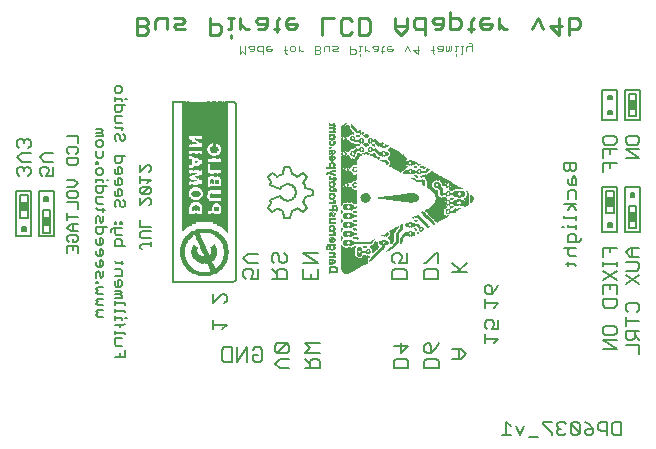
<source format=gbo>
G75*
G70*
%OFA0B0*%
%FSLAX24Y24*%
%IPPOS*%
%LPD*%
%AMOC8*
5,1,8,0,0,1.08239X$1,22.5*
%
%ADD10C,0.0050*%
%ADD11C,0.0100*%
%ADD12C,0.0070*%
%ADD13C,0.0040*%
%ADD14C,0.0060*%
%ADD15C,0.0080*%
%ADD16R,0.0010X0.0150*%
%ADD17R,0.0010X0.0070*%
%ADD18R,0.0010X0.0160*%
%ADD19R,0.0010X0.0080*%
%ADD20R,0.0010X0.0170*%
%ADD21R,0.0010X0.0090*%
%ADD22R,0.0010X0.0040*%
%ADD23R,0.0010X0.0100*%
%ADD24R,0.0010X0.0010*%
%ADD25R,0.0010X0.0060*%
%ADD26R,0.0010X0.0130*%
%ADD27R,0.0010X0.0050*%
%ADD28R,0.0010X0.0110*%
%ADD29R,0.0010X0.0140*%
%ADD30R,0.0010X0.0120*%
%ADD31R,0.0010X0.0190*%
%ADD32R,0.0010X0.0180*%
%ADD33R,0.0010X0.0210*%
%ADD34R,0.0010X0.0220*%
%ADD35R,0.0010X0.0200*%
%ADD36R,0.0010X0.0030*%
%ADD37R,0.0010X0.0020*%
%ADD38R,0.0010X0.0310*%
%ADD39R,0.0010X0.0780*%
%ADD40R,0.0010X0.1640*%
%ADD41R,0.0010X0.0380*%
%ADD42R,0.0010X0.0260*%
%ADD43R,0.0010X0.0800*%
%ADD44R,0.0010X0.1610*%
%ADD45R,0.0010X0.0360*%
%ADD46R,0.0010X0.0290*%
%ADD47R,0.0010X0.0820*%
%ADD48R,0.0010X0.1590*%
%ADD49R,0.0010X0.0340*%
%ADD50R,0.0010X0.0840*%
%ADD51R,0.0010X0.1570*%
%ADD52R,0.0010X0.0330*%
%ADD53R,0.0010X0.0320*%
%ADD54R,0.0010X0.1550*%
%ADD55R,0.0010X0.0300*%
%ADD56R,0.0010X0.0850*%
%ADD57R,0.0010X0.1080*%
%ADD58R,0.0010X0.0520*%
%ADD59R,0.0010X0.0450*%
%ADD60R,0.0010X0.0420*%
%ADD61R,0.0010X0.0540*%
%ADD62R,0.0010X0.0410*%
%ADD63R,0.0010X0.0430*%
%ADD64R,0.0010X0.0860*%
%ADD65R,0.0010X0.0530*%
%ADD66R,0.0010X0.0390*%
%ADD67R,0.0010X0.0510*%
%ADD68R,0.0010X0.0400*%
%ADD69R,0.0010X0.0500*%
%ADD70R,0.0010X0.0480*%
%ADD71R,0.0010X0.0370*%
%ADD72R,0.0010X0.0440*%
%ADD73R,0.0010X0.0870*%
%ADD74R,0.0010X0.0350*%
%ADD75R,0.0010X0.0490*%
%ADD76R,0.0010X0.0230*%
%ADD77R,0.0010X0.0270*%
%ADD78R,0.0010X0.0240*%
%ADD79R,0.0010X0.0830*%
%ADD80R,0.0010X0.0280*%
%ADD81R,0.0010X0.0810*%
%ADD82R,0.0010X0.0470*%
%ADD83R,0.0010X0.0250*%
%ADD84R,0.0010X0.0460*%
%ADD85R,0.0010X0.0640*%
%ADD86R,0.0010X0.0630*%
%ADD87R,0.0010X0.0620*%
%ADD88R,0.0010X0.0610*%
%ADD89R,0.0010X0.0590*%
%ADD90R,0.0010X0.0580*%
%ADD91R,0.0010X0.0560*%
%ADD92R,0.0010X0.0550*%
%ADD93R,0.0010X0.0570*%
%ADD94R,0.0010X0.0650*%
%ADD95R,0.0010X0.0680*%
%ADD96R,0.0010X0.0720*%
%ADD97R,0.0010X0.1060*%
%ADD98R,0.0010X0.1070*%
%ADD99R,0.0010X0.1050*%
%ADD100R,0.0010X0.0920*%
%ADD101R,0.0010X0.0890*%
%ADD102R,0.0010X0.0770*%
%ADD103R,0.0010X0.0760*%
%ADD104R,0.0010X0.0750*%
%ADD105R,0.0010X0.0740*%
%ADD106R,0.0010X0.0730*%
%ADD107R,0.0015X0.6045*%
%ADD108R,0.0015X0.6045*%
%ADD109R,0.0015X0.0045*%
%ADD110R,0.0015X0.0045*%
%ADD111R,0.0015X0.0165*%
%ADD112R,0.0015X0.0345*%
%ADD113R,0.0015X0.0465*%
%ADD114R,0.0015X0.0555*%
%ADD115R,0.0015X0.0630*%
%ADD116R,0.0015X0.0705*%
%ADD117R,0.0015X0.4335*%
%ADD118R,0.0015X0.0765*%
%ADD119R,0.0015X0.4320*%
%ADD120R,0.0015X0.0795*%
%ADD121R,0.0015X0.4305*%
%ADD122R,0.0015X0.0855*%
%ADD123R,0.0015X0.4290*%
%ADD124R,0.0015X0.0915*%
%ADD125R,0.0015X0.4275*%
%ADD126R,0.0015X0.0360*%
%ADD127R,0.0015X0.4260*%
%ADD128R,0.0015X0.0315*%
%ADD129R,0.0015X0.4245*%
%ADD130R,0.0015X0.0300*%
%ADD131R,0.0015X0.4230*%
%ADD132R,0.0015X0.0270*%
%ADD133R,0.0015X0.0255*%
%ADD134R,0.0015X0.4215*%
%ADD135R,0.0015X0.0240*%
%ADD136R,0.0015X0.4200*%
%ADD137R,0.0015X0.0225*%
%ADD138R,0.0015X0.4185*%
%ADD139R,0.0015X0.0210*%
%ADD140R,0.0015X0.4170*%
%ADD141R,0.0015X0.4155*%
%ADD142R,0.0015X0.0195*%
%ADD143R,0.0015X0.0405*%
%ADD144R,0.0015X0.0105*%
%ADD145R,0.0015X0.0060*%
%ADD146R,0.0015X0.0075*%
%ADD147R,0.0015X0.0180*%
%ADD148R,0.0015X0.1155*%
%ADD149R,0.0015X0.0390*%
%ADD150R,0.0015X0.0090*%
%ADD151R,0.0015X0.0150*%
%ADD152R,0.0015X0.0135*%
%ADD153R,0.0015X0.0375*%
%ADD154R,0.0015X0.0120*%
%ADD155R,0.0015X0.0330*%
%ADD156R,0.0015X0.0435*%
%ADD157R,0.0015X0.0030*%
%ADD158R,0.0015X0.0480*%
%ADD159R,0.0015X0.0495*%
%ADD160R,0.0015X0.0015*%
%ADD161R,0.0015X0.0285*%
%ADD162R,0.0015X0.0450*%
%ADD163R,0.0015X0.0525*%
%ADD164R,0.0015X0.0885*%
%ADD165R,0.0015X0.3015*%
%ADD166R,0.0015X0.4020*%
%ADD167R,0.0015X0.0600*%
%ADD168R,0.0015X0.0570*%
%ADD169R,0.0015X0.0825*%
%ADD170R,0.0015X0.1440*%
%ADD171R,0.0015X0.1545*%
%ADD172R,0.0015X0.1500*%
%ADD173R,0.0015X0.1485*%
%ADD174R,0.0015X0.1455*%
%ADD175R,0.0015X0.1425*%
%ADD176R,0.0015X0.0510*%
%ADD177R,0.0015X0.0720*%
%ADD178R,0.0015X0.1410*%
%ADD179R,0.0015X0.0750*%
%ADD180R,0.0015X0.0945*%
%ADD181R,0.0015X0.0420*%
%ADD182R,0.0015X0.1395*%
%ADD183R,0.0015X0.1710*%
%ADD184R,0.0015X0.1695*%
%ADD185R,0.0015X0.1515*%
%ADD186R,0.0015X0.2565*%
%ADD187R,0.0015X0.1575*%
%ADD188R,0.0015X0.4350*%
%ADD189R,0.0015X0.4365*%
%ADD190R,0.0015X0.4395*%
%ADD191R,0.0015X0.0060*%
%ADD192R,0.0015X0.5985*%
%ADD193R,0.0015X0.5955*%
%ADD194R,0.0015X0.5910*%
D10*
X008154Y006265D02*
X008504Y006265D01*
X008504Y006499D01*
X008387Y006633D02*
X008212Y006633D01*
X008154Y006692D01*
X008154Y006867D01*
X008387Y006867D01*
X008504Y007002D02*
X008504Y007060D01*
X008154Y007060D01*
X008154Y007002D02*
X008154Y007118D01*
X008154Y007306D02*
X008446Y007306D01*
X008504Y007364D01*
X008387Y007493D02*
X008387Y007551D01*
X008154Y007551D01*
X008154Y007493D02*
X008154Y007609D01*
X008154Y007738D02*
X008154Y007855D01*
X008154Y007797D02*
X008504Y007797D01*
X008504Y007738D01*
X008504Y007551D02*
X008562Y007551D01*
X008329Y007364D02*
X008329Y007247D01*
X007771Y007599D02*
X007596Y007599D01*
X007538Y007657D01*
X007596Y007715D01*
X007538Y007774D01*
X007596Y007832D01*
X007771Y007832D01*
X007771Y007967D02*
X007596Y007967D01*
X007538Y008025D01*
X007596Y008084D01*
X007538Y008142D01*
X007596Y008200D01*
X007771Y008200D01*
X007771Y008335D02*
X007596Y008335D01*
X007538Y008394D01*
X007596Y008452D01*
X007538Y008510D01*
X007596Y008569D01*
X007771Y008569D01*
X007596Y008704D02*
X007538Y008704D01*
X007538Y008762D01*
X007596Y008762D01*
X007596Y008704D01*
X007538Y008888D02*
X007538Y009063D01*
X007596Y009121D01*
X007655Y009063D01*
X007655Y008946D01*
X007713Y008888D01*
X007771Y008946D01*
X007771Y009121D01*
X007713Y009256D02*
X007771Y009314D01*
X007771Y009431D01*
X007713Y009489D01*
X007655Y009489D01*
X007655Y009256D01*
X007713Y009256D02*
X007596Y009256D01*
X007538Y009314D01*
X007538Y009431D01*
X007596Y009624D02*
X007538Y009683D01*
X007538Y009799D01*
X007655Y009858D02*
X007655Y009624D01*
X007713Y009624D02*
X007771Y009683D01*
X007771Y009799D01*
X007713Y009858D01*
X007655Y009858D01*
X007655Y009993D02*
X007655Y010226D01*
X007713Y010226D01*
X007771Y010168D01*
X007771Y010051D01*
X007713Y009993D01*
X007596Y009993D01*
X007538Y010051D01*
X007538Y010168D01*
X007596Y010361D02*
X007538Y010419D01*
X007538Y010594D01*
X007888Y010594D01*
X007771Y010594D02*
X007771Y010419D01*
X007713Y010361D01*
X007596Y010361D01*
X008037Y010433D02*
X008037Y010491D01*
X008095Y010550D01*
X008387Y010550D01*
X008387Y010685D02*
X008329Y010685D01*
X008329Y010743D01*
X008387Y010743D01*
X008387Y010685D01*
X008212Y010685D02*
X008212Y010743D01*
X008154Y010743D01*
X008154Y010685D01*
X008212Y010685D01*
X008154Y010550D02*
X008154Y010375D01*
X008212Y010316D01*
X008387Y010316D01*
X008329Y010182D02*
X008212Y010182D01*
X008154Y010123D01*
X008154Y009948D01*
X008504Y009948D01*
X008387Y009948D02*
X008387Y010123D01*
X008329Y010182D01*
X009015Y010261D02*
X009015Y010378D01*
X009073Y010436D01*
X009365Y010436D01*
X009365Y010571D02*
X009015Y010571D01*
X009015Y010805D01*
X009015Y011308D02*
X009249Y011541D01*
X009307Y011541D01*
X009365Y011483D01*
X009365Y011366D01*
X009307Y011308D01*
X009015Y011308D02*
X009015Y011541D01*
X009073Y011676D02*
X009307Y011909D01*
X009073Y011909D01*
X009015Y011851D01*
X009015Y011734D01*
X009073Y011676D01*
X009307Y011676D01*
X009365Y011734D01*
X009365Y011851D01*
X009307Y011909D01*
X009249Y012044D02*
X009365Y012161D01*
X009015Y012161D01*
X009015Y012044D02*
X009015Y012278D01*
X009015Y012413D02*
X009249Y012646D01*
X009307Y012646D01*
X009365Y012588D01*
X009365Y012471D01*
X009307Y012413D01*
X009015Y012413D02*
X009015Y012646D01*
X008504Y012944D02*
X008154Y012944D01*
X008154Y012769D01*
X008212Y012710D01*
X008329Y012710D01*
X008387Y012769D01*
X008387Y012944D01*
X008329Y012576D02*
X008270Y012576D01*
X008270Y012342D01*
X008212Y012342D02*
X008329Y012342D01*
X008387Y012400D01*
X008387Y012517D01*
X008329Y012576D01*
X008154Y012517D02*
X008154Y012400D01*
X008212Y012342D01*
X008270Y012207D02*
X008270Y011974D01*
X008212Y011974D02*
X008329Y011974D01*
X008387Y012032D01*
X008387Y012149D01*
X008329Y012207D01*
X008270Y012207D01*
X008154Y012149D02*
X008154Y012032D01*
X008212Y011974D01*
X008270Y011839D02*
X008270Y011605D01*
X008212Y011605D02*
X008329Y011605D01*
X008387Y011664D01*
X008387Y011781D01*
X008329Y011839D01*
X008270Y011839D01*
X008154Y011781D02*
X008154Y011664D01*
X008212Y011605D01*
X008212Y011471D02*
X008154Y011412D01*
X008154Y011295D01*
X008212Y011237D01*
X008329Y011295D02*
X008329Y011412D01*
X008270Y011471D01*
X008212Y011471D01*
X008329Y011295D02*
X008387Y011237D01*
X008446Y011237D01*
X008504Y011295D01*
X008504Y011412D01*
X008446Y011471D01*
X007771Y011577D02*
X007538Y011577D01*
X007538Y011401D01*
X007596Y011343D01*
X007771Y011343D01*
X007771Y011214D02*
X007771Y011098D01*
X007830Y011156D02*
X007596Y011156D01*
X007538Y011214D01*
X007596Y010963D02*
X007655Y010904D01*
X007655Y010788D01*
X007713Y010729D01*
X007771Y010788D01*
X007771Y010963D01*
X007596Y010963D02*
X007538Y010904D01*
X007538Y010729D01*
X006928Y010681D02*
X006695Y010681D01*
X006578Y010565D01*
X006695Y010448D01*
X006928Y010448D01*
X006870Y010313D02*
X006928Y010255D01*
X006928Y010138D01*
X006870Y010080D01*
X006753Y010080D01*
X006753Y010196D01*
X006636Y010080D02*
X006578Y010138D01*
X006578Y010255D01*
X006636Y010313D01*
X006870Y010313D01*
X006753Y010448D02*
X006753Y010681D01*
X006578Y010816D02*
X006578Y011050D01*
X006578Y010933D02*
X006928Y010933D01*
X006928Y011185D02*
X006928Y011418D01*
X006578Y011418D01*
X006636Y011553D02*
X006578Y011611D01*
X006578Y011728D01*
X006636Y011786D01*
X006870Y011786D01*
X006928Y011728D01*
X006928Y011611D01*
X006870Y011553D01*
X006636Y011553D01*
X006129Y011775D02*
X006129Y010275D01*
X005629Y010275D01*
X005629Y011775D01*
X006129Y011775D01*
X005941Y011587D02*
X005941Y011462D01*
X005929Y011462D01*
X005929Y011587D01*
X005879Y011587D01*
X005879Y011462D01*
X005829Y011462D01*
X005829Y011587D01*
X005816Y011587D01*
X005816Y011462D01*
X005829Y011462D01*
X005879Y011462D02*
X005929Y011462D01*
X005941Y011587D02*
X005929Y011587D01*
X005879Y011587D02*
X005829Y011587D01*
X005754Y011150D02*
X005754Y010400D01*
X006004Y010400D01*
X006004Y011150D01*
X005754Y011150D01*
X005754Y010900D02*
X005754Y010650D01*
X005779Y010650D01*
X005779Y010900D01*
X005754Y010900D01*
X005779Y010900D02*
X005829Y010900D01*
X005829Y010650D01*
X005879Y010650D01*
X005879Y010900D01*
X005929Y010900D01*
X005929Y010650D01*
X005979Y010650D01*
X005979Y010900D01*
X005929Y010900D01*
X005979Y010900D02*
X006004Y010900D01*
X006004Y010650D01*
X005979Y010650D01*
X005929Y010650D02*
X005879Y010650D01*
X005829Y010650D02*
X005779Y010650D01*
X005829Y010900D02*
X005879Y010900D01*
X005254Y010900D02*
X005254Y011650D01*
X005004Y011650D01*
X005004Y010900D01*
X005254Y010900D01*
X005191Y010587D02*
X005191Y010462D01*
X005179Y010462D01*
X005179Y010587D01*
X005129Y010587D01*
X005129Y010462D01*
X005079Y010462D01*
X005079Y010587D01*
X005066Y010587D01*
X005066Y010462D01*
X005079Y010462D01*
X005129Y010462D02*
X005179Y010462D01*
X005191Y010587D02*
X005179Y010587D01*
X005129Y010587D02*
X005079Y010587D01*
X004879Y010275D02*
X004879Y011775D01*
X005379Y011775D01*
X005379Y010275D01*
X004879Y010275D01*
X005004Y011150D02*
X005004Y011400D01*
X005029Y011400D01*
X005029Y011150D01*
X005079Y011150D01*
X005129Y011150D01*
X005129Y011400D01*
X005179Y011400D01*
X005179Y011150D01*
X005229Y011150D01*
X005229Y011400D01*
X005179Y011400D01*
X005229Y011400D02*
X005254Y011400D01*
X005254Y011150D01*
X005229Y011150D01*
X005179Y011150D02*
X005129Y011150D01*
X005079Y011150D02*
X005079Y011400D01*
X005029Y011400D01*
X005079Y011400D02*
X005129Y011400D01*
X005029Y011150D02*
X005004Y011150D01*
X004979Y012300D02*
X004904Y012375D01*
X004904Y012525D01*
X004979Y012600D01*
X005054Y012600D01*
X005129Y012525D01*
X005129Y012450D01*
X005129Y012525D02*
X005204Y012600D01*
X005279Y012600D01*
X005354Y012525D01*
X005354Y012375D01*
X005279Y012300D01*
X005654Y012375D02*
X005729Y012300D01*
X005654Y012375D02*
X005654Y012525D01*
X005729Y012600D01*
X005879Y012600D01*
X005954Y012525D01*
X005954Y012450D01*
X005879Y012300D01*
X006104Y012300D01*
X006104Y012600D01*
X006104Y012760D02*
X005804Y012760D01*
X005654Y012910D01*
X005804Y013061D01*
X006104Y013061D01*
X006578Y013084D02*
X006578Y013201D01*
X006636Y013260D01*
X006870Y013260D01*
X006928Y013201D01*
X006928Y013084D01*
X006870Y013026D01*
X006928Y012891D02*
X006578Y012891D01*
X006578Y012716D01*
X006636Y012658D01*
X006870Y012658D01*
X006928Y012716D01*
X006928Y012891D01*
X006636Y013026D02*
X006578Y013084D01*
X006928Y013394D02*
X006928Y013628D01*
X006578Y013628D01*
X007538Y013614D02*
X007771Y013614D01*
X007771Y013673D01*
X007713Y013731D01*
X007771Y013789D01*
X007713Y013848D01*
X007538Y013848D01*
X007538Y013731D02*
X007713Y013731D01*
X007713Y013479D02*
X007771Y013421D01*
X007771Y013304D01*
X007713Y013246D01*
X007596Y013246D01*
X007538Y013304D01*
X007538Y013421D01*
X007596Y013479D01*
X007713Y013479D01*
X008154Y013505D02*
X008154Y013622D01*
X008212Y013680D01*
X008270Y013680D01*
X008329Y013622D01*
X008329Y013505D01*
X008387Y013447D01*
X008446Y013447D01*
X008504Y013505D01*
X008504Y013622D01*
X008446Y013680D01*
X008387Y013815D02*
X008387Y013932D01*
X008446Y013874D02*
X008212Y013874D01*
X008154Y013932D01*
X008212Y014061D02*
X008154Y014119D01*
X008154Y014294D01*
X008387Y014294D01*
X008329Y014429D02*
X008212Y014429D01*
X008154Y014487D01*
X008154Y014663D01*
X008504Y014663D01*
X008387Y014663D02*
X008387Y014487D01*
X008329Y014429D01*
X008387Y014061D02*
X008212Y014061D01*
X008154Y013505D02*
X008212Y013447D01*
X007771Y013111D02*
X007771Y012936D01*
X007713Y012878D01*
X007596Y012878D01*
X007538Y012936D01*
X007538Y013111D01*
X007538Y012752D02*
X007538Y012693D01*
X007596Y012693D01*
X007596Y012752D01*
X007538Y012752D01*
X007596Y012559D02*
X007713Y012559D01*
X007771Y012500D01*
X007771Y012384D01*
X007713Y012325D01*
X007596Y012325D01*
X007538Y012384D01*
X007538Y012500D01*
X007596Y012559D01*
X007538Y012196D02*
X007538Y012080D01*
X007538Y012138D02*
X007771Y012138D01*
X007771Y012080D01*
X007888Y012138D02*
X007947Y012138D01*
X007888Y011945D02*
X007538Y011945D01*
X007538Y011770D01*
X007596Y011711D01*
X007713Y011711D01*
X007771Y011770D01*
X007771Y011945D01*
X006928Y012038D02*
X006812Y011921D01*
X006578Y011921D01*
X006578Y012155D02*
X006812Y012155D01*
X006928Y012038D01*
X005354Y012760D02*
X005054Y012760D01*
X004904Y012910D01*
X005054Y013061D01*
X005354Y013061D01*
X005279Y013221D02*
X005354Y013296D01*
X005354Y013446D01*
X005279Y013521D01*
X005204Y013521D01*
X005129Y013446D01*
X005054Y013521D01*
X004979Y013521D01*
X004904Y013446D01*
X004904Y013296D01*
X004979Y013221D01*
X005129Y013371D02*
X005129Y013446D01*
X008154Y014797D02*
X008154Y014914D01*
X008154Y014856D02*
X008387Y014856D01*
X008387Y014797D01*
X008504Y014856D02*
X008562Y014856D01*
X008329Y015043D02*
X008212Y015043D01*
X008154Y015101D01*
X008154Y015218D01*
X008212Y015276D01*
X008329Y015276D01*
X008387Y015218D01*
X008387Y015101D01*
X008329Y015043D01*
X009015Y010261D02*
X009073Y010203D01*
X009365Y010203D01*
X009365Y010068D02*
X009365Y009951D01*
X009365Y010010D02*
X009073Y010010D01*
X009015Y009951D01*
X009015Y009893D01*
X009073Y009834D01*
X008446Y009393D02*
X008212Y009393D01*
X008154Y009451D01*
X008387Y009451D02*
X008387Y009334D01*
X008329Y009199D02*
X008154Y009199D01*
X008329Y009199D02*
X008387Y009141D01*
X008387Y008966D01*
X008154Y008966D01*
X008270Y008831D02*
X008270Y008598D01*
X008212Y008598D02*
X008329Y008598D01*
X008387Y008656D01*
X008387Y008773D01*
X008329Y008831D01*
X008270Y008831D01*
X008154Y008773D02*
X008154Y008656D01*
X008212Y008598D01*
X008154Y008463D02*
X008329Y008463D01*
X008387Y008404D01*
X008329Y008346D01*
X008154Y008346D01*
X008154Y008229D02*
X008387Y008229D01*
X008387Y008288D01*
X008329Y008346D01*
X008154Y008101D02*
X008154Y007984D01*
X008154Y008042D02*
X008504Y008042D01*
X008504Y007984D01*
X008329Y006382D02*
X008329Y006265D01*
X007713Y009624D02*
X007596Y009624D01*
X006928Y009711D02*
X006928Y009945D01*
X006578Y009945D01*
X006578Y009711D01*
X006753Y009828D02*
X006753Y009945D01*
X024412Y010413D02*
X024412Y011913D01*
X024912Y011913D01*
X024912Y010413D01*
X024412Y010413D01*
X024600Y010600D02*
X024600Y010725D01*
X024612Y010725D01*
X024612Y010600D01*
X024662Y010600D01*
X024662Y010725D01*
X024712Y010725D01*
X024712Y010600D01*
X024725Y010600D01*
X024725Y010725D01*
X024712Y010725D01*
X024662Y010725D02*
X024612Y010725D01*
X024600Y010600D02*
X024612Y010600D01*
X024662Y010600D02*
X024712Y010600D01*
X025162Y010413D02*
X025662Y010413D01*
X025662Y011913D01*
X025162Y011913D01*
X025162Y010413D01*
X025287Y010538D02*
X025537Y010538D01*
X025537Y011288D01*
X025287Y011288D01*
X025287Y010538D01*
X025287Y010788D02*
X025287Y011038D01*
X025312Y011038D01*
X025312Y010788D01*
X025362Y010788D01*
X025412Y010788D01*
X025412Y011038D01*
X025462Y011038D01*
X025462Y010788D01*
X025512Y010788D01*
X025512Y011038D01*
X025462Y011038D01*
X025412Y011038D02*
X025362Y011038D01*
X025362Y010788D01*
X025312Y010788D02*
X025287Y010788D01*
X025412Y010788D02*
X025462Y010788D01*
X025512Y010788D02*
X025537Y010788D01*
X025537Y011038D01*
X025512Y011038D01*
X025362Y011038D02*
X025312Y011038D01*
X024787Y011038D02*
X024787Y011788D01*
X024537Y011788D01*
X024537Y011038D01*
X024787Y011038D01*
X024787Y011288D02*
X024787Y011538D01*
X024762Y011538D01*
X024762Y011288D01*
X024787Y011288D01*
X024762Y011288D02*
X024712Y011288D01*
X024712Y011538D01*
X024662Y011538D01*
X024662Y011288D01*
X024612Y011288D01*
X024612Y011538D01*
X024562Y011538D01*
X024562Y011288D01*
X024612Y011288D01*
X024562Y011288D02*
X024537Y011288D01*
X024537Y011538D01*
X024562Y011538D01*
X024612Y011538D02*
X024662Y011538D01*
X024712Y011538D02*
X024762Y011538D01*
X024712Y011288D02*
X024662Y011288D01*
X025350Y011600D02*
X025350Y011725D01*
X025362Y011725D01*
X025362Y011600D01*
X025412Y011600D01*
X025412Y011725D01*
X025462Y011725D01*
X025462Y011600D01*
X025475Y011600D01*
X025475Y011725D01*
X025462Y011725D01*
X025412Y011725D02*
X025362Y011725D01*
X025350Y011600D02*
X025362Y011600D01*
X025412Y011600D02*
X025462Y011600D01*
X024437Y012407D02*
X024437Y012707D01*
X024887Y012707D01*
X024662Y012707D02*
X024662Y012557D01*
X024437Y012867D02*
X024437Y013168D01*
X024887Y013168D01*
X024812Y013328D02*
X024512Y013328D01*
X024437Y013403D01*
X024437Y013553D01*
X024512Y013628D01*
X024812Y013628D01*
X024887Y013553D01*
X024887Y013403D01*
X024812Y013328D01*
X024662Y013168D02*
X024662Y013017D01*
X025187Y012867D02*
X025637Y012867D01*
X025187Y013168D01*
X025637Y013168D01*
X025562Y013328D02*
X025637Y013403D01*
X025637Y013553D01*
X025562Y013628D01*
X025262Y013628D01*
X025187Y013553D01*
X025187Y013403D01*
X025262Y013328D01*
X025562Y013328D01*
X025662Y014153D02*
X025162Y014153D01*
X025162Y015153D01*
X025662Y015153D01*
X025662Y014153D01*
X025537Y014278D02*
X025537Y015028D01*
X025287Y015028D01*
X025287Y014278D01*
X025537Y014278D01*
X025537Y014528D02*
X025537Y014778D01*
X025512Y014778D01*
X025512Y014528D01*
X025537Y014528D01*
X025512Y014528D02*
X025462Y014528D01*
X025462Y014778D01*
X025412Y014778D01*
X025412Y014528D01*
X025362Y014528D01*
X025362Y014778D01*
X025312Y014778D01*
X025312Y014528D01*
X025362Y014528D01*
X025312Y014528D02*
X025287Y014528D01*
X025287Y014778D01*
X025312Y014778D01*
X025362Y014778D02*
X025412Y014778D01*
X025462Y014778D02*
X025512Y014778D01*
X025462Y014528D02*
X025412Y014528D01*
X024912Y014153D02*
X024912Y015153D01*
X024412Y015153D01*
X024412Y014153D01*
X024912Y014153D01*
X024725Y014340D02*
X024725Y014465D01*
X024712Y014465D01*
X024662Y014465D01*
X024662Y014340D01*
X024612Y014340D01*
X024612Y014465D01*
X024600Y014465D01*
X024600Y014340D01*
X024612Y014340D01*
X024662Y014340D02*
X024712Y014340D01*
X024712Y014465D01*
X024662Y014465D02*
X024612Y014465D01*
X024712Y014340D02*
X024725Y014340D01*
X024725Y014840D02*
X024725Y014965D01*
X024712Y014965D01*
X024662Y014965D01*
X024662Y014840D01*
X024612Y014840D01*
X024612Y014965D01*
X024600Y014965D01*
X024600Y014840D01*
X024612Y014840D01*
X024662Y014840D02*
X024712Y014840D01*
X024712Y014965D01*
X024662Y014965D02*
X024612Y014965D01*
X024712Y014840D02*
X024725Y014840D01*
X024662Y009888D02*
X024662Y009738D01*
X024887Y009888D02*
X024437Y009888D01*
X024437Y009588D01*
X024437Y009427D02*
X024437Y009277D01*
X024437Y009352D02*
X024887Y009352D01*
X024887Y009427D02*
X024887Y009277D01*
X024887Y009121D02*
X024437Y008820D01*
X024437Y008660D02*
X024887Y008660D01*
X024887Y008360D01*
X024887Y008200D02*
X024437Y008200D01*
X024437Y007975D01*
X024512Y007900D01*
X024812Y007900D01*
X024887Y007975D01*
X024887Y008200D01*
X025187Y007971D02*
X025262Y008046D01*
X025562Y008046D01*
X025637Y007971D01*
X025637Y007821D01*
X025562Y007746D01*
X025262Y007746D02*
X025187Y007821D01*
X025187Y007971D01*
X025187Y007586D02*
X025187Y007286D01*
X025187Y007436D02*
X025637Y007436D01*
X025637Y007126D02*
X025187Y007126D01*
X025187Y006900D01*
X025262Y006825D01*
X025412Y006825D01*
X025487Y006900D01*
X025487Y007126D01*
X025487Y006976D02*
X025637Y006825D01*
X025637Y006665D02*
X025637Y006365D01*
X025637Y006665D02*
X025187Y006665D01*
X024887Y006519D02*
X024437Y006519D01*
X024437Y006819D02*
X024887Y006519D01*
X024887Y006819D02*
X024437Y006819D01*
X024512Y006979D02*
X024437Y007054D01*
X024437Y007204D01*
X024512Y007279D01*
X024812Y007279D01*
X024887Y007204D01*
X024887Y007054D01*
X024812Y006979D01*
X024512Y006979D01*
X024437Y008360D02*
X024437Y008660D01*
X024662Y008660D02*
X024662Y008510D01*
X024887Y008820D02*
X024437Y009121D01*
X025187Y009127D02*
X025562Y009127D01*
X025637Y009202D01*
X025637Y009352D01*
X025562Y009427D01*
X025187Y009427D01*
X025337Y009588D02*
X025637Y009588D01*
X025412Y009588D02*
X025412Y009888D01*
X025337Y009888D02*
X025187Y009738D01*
X025337Y009588D01*
X025337Y009888D02*
X025637Y009888D01*
X025637Y008967D02*
X025187Y008667D01*
X025187Y008967D02*
X025637Y008667D01*
D11*
X023284Y016992D02*
X023284Y017553D01*
X023564Y017553D01*
X023658Y017459D01*
X023658Y017272D01*
X023564Y017179D01*
X023284Y017179D01*
X023050Y017272D02*
X022676Y017272D01*
X022957Y016992D01*
X022957Y017553D01*
X022442Y017179D02*
X022256Y017553D01*
X022069Y017179D01*
X021235Y017179D02*
X021141Y017179D01*
X020955Y017366D01*
X020955Y017553D02*
X020955Y017179D01*
X020721Y017272D02*
X020721Y017366D01*
X020347Y017366D01*
X020347Y017459D02*
X020347Y017272D01*
X020440Y017179D01*
X020627Y017179D01*
X020721Y017272D01*
X020627Y017553D02*
X020440Y017553D01*
X020347Y017459D01*
X020129Y017553D02*
X020035Y017459D01*
X020035Y017086D01*
X019942Y017179D02*
X020129Y017179D01*
X019708Y017272D02*
X019708Y017459D01*
X019614Y017553D01*
X019334Y017553D01*
X019334Y017739D02*
X019334Y017179D01*
X019614Y017179D01*
X019708Y017272D01*
X019100Y017272D02*
X019100Y017553D01*
X018820Y017553D01*
X018726Y017459D01*
X018820Y017366D01*
X019100Y017366D01*
X019100Y017272D02*
X019007Y017179D01*
X018820Y017179D01*
X018492Y017179D02*
X018212Y017179D01*
X018119Y017272D01*
X018119Y017459D01*
X018212Y017553D01*
X018492Y017553D01*
X018492Y016992D01*
X017885Y017179D02*
X017885Y017553D01*
X017885Y017272D02*
X017511Y017272D01*
X017511Y017179D02*
X017698Y016992D01*
X017885Y017179D01*
X017511Y017179D02*
X017511Y017553D01*
X016669Y017459D02*
X016669Y017086D01*
X016576Y016992D01*
X016295Y016992D01*
X016295Y017553D01*
X016576Y017553D01*
X016669Y017459D01*
X016061Y017459D02*
X015968Y017553D01*
X015781Y017553D01*
X015688Y017459D01*
X015688Y017086D01*
X015781Y016992D01*
X015968Y016992D01*
X016061Y017086D01*
X015454Y017553D02*
X015080Y017553D01*
X015080Y016992D01*
X014238Y017272D02*
X014238Y017366D01*
X013865Y017366D01*
X013865Y017459D02*
X013865Y017272D01*
X013958Y017179D01*
X014145Y017179D01*
X014238Y017272D01*
X014145Y017553D02*
X013958Y017553D01*
X013865Y017459D01*
X013646Y017553D02*
X013553Y017459D01*
X013553Y017086D01*
X013646Y017179D02*
X013459Y017179D01*
X013225Y017272D02*
X013225Y017553D01*
X012945Y017553D01*
X012852Y017459D01*
X012945Y017366D01*
X013225Y017366D01*
X013225Y017272D02*
X013132Y017179D01*
X012945Y017179D01*
X012626Y017179D02*
X012532Y017179D01*
X012345Y017366D01*
X012345Y017553D02*
X012345Y017179D01*
X012034Y017179D02*
X012034Y017553D01*
X012127Y017553D02*
X011940Y017553D01*
X011706Y017272D02*
X011613Y017366D01*
X011333Y017366D01*
X011333Y017553D02*
X011333Y016992D01*
X011613Y016992D01*
X011706Y017086D01*
X011706Y017272D01*
X011940Y017179D02*
X012034Y017179D01*
X012034Y016992D02*
X012034Y016899D01*
X010491Y017179D02*
X010210Y017179D01*
X010117Y017272D01*
X010210Y017366D01*
X010397Y017366D01*
X010491Y017459D01*
X010397Y017553D01*
X010117Y017553D01*
X009883Y017553D02*
X009883Y017179D01*
X009883Y017553D02*
X009603Y017553D01*
X009509Y017459D01*
X009509Y017179D01*
X009275Y017179D02*
X009275Y017086D01*
X009182Y016992D01*
X008902Y016992D01*
X008902Y017553D01*
X009182Y017553D01*
X009275Y017459D01*
X009275Y017366D01*
X009182Y017272D01*
X008902Y017272D01*
X009182Y017272D02*
X009275Y017179D01*
D12*
X012607Y009698D02*
X012934Y009698D01*
X012607Y009698D02*
X012444Y009535D01*
X012607Y009371D01*
X012934Y009371D01*
X012934Y009182D02*
X012934Y008856D01*
X012689Y008856D01*
X012771Y009019D01*
X012771Y009101D01*
X012689Y009182D01*
X012525Y009182D01*
X012444Y009101D01*
X012444Y008937D01*
X012525Y008856D01*
X013396Y008863D02*
X013887Y008863D01*
X013887Y009109D01*
X013805Y009190D01*
X013642Y009190D01*
X013560Y009109D01*
X013560Y008863D01*
X013560Y009027D02*
X013396Y009190D01*
X013478Y009379D02*
X013396Y009461D01*
X013396Y009624D01*
X013478Y009706D01*
X013560Y009706D01*
X013642Y009624D01*
X013642Y009461D01*
X013723Y009379D01*
X013805Y009379D01*
X013887Y009461D01*
X013887Y009624D01*
X013805Y009706D01*
X014448Y009706D02*
X014938Y009706D01*
X014938Y009379D02*
X014448Y009379D01*
X014448Y009190D02*
X014448Y008863D01*
X014938Y008863D01*
X014938Y009190D01*
X014938Y009379D02*
X014448Y009706D01*
X014693Y009027D02*
X014693Y008863D01*
X017404Y008863D02*
X017404Y009109D01*
X017486Y009190D01*
X017813Y009190D01*
X017895Y009109D01*
X017895Y008863D01*
X017404Y008863D01*
X017486Y009379D02*
X017404Y009461D01*
X017404Y009624D01*
X017486Y009706D01*
X017649Y009706D01*
X017731Y009624D01*
X017731Y009542D01*
X017649Y009379D01*
X017895Y009379D01*
X017895Y009706D01*
X018455Y009379D02*
X018537Y009379D01*
X018864Y009706D01*
X018946Y009706D01*
X018946Y009379D01*
X018864Y009190D02*
X018537Y009190D01*
X018455Y009109D01*
X018455Y008863D01*
X018946Y008863D01*
X018946Y009109D01*
X018864Y009190D01*
X019408Y009068D02*
X019899Y009068D01*
X019653Y009150D02*
X019408Y009395D01*
X019572Y009068D02*
X019899Y009395D01*
X018960Y006710D02*
X018878Y006546D01*
X018714Y006383D01*
X018714Y006628D01*
X018633Y006710D01*
X018551Y006710D01*
X018469Y006628D01*
X018469Y006464D01*
X018551Y006383D01*
X018714Y006383D01*
X018551Y006194D02*
X018878Y006194D01*
X018960Y006112D01*
X018960Y005867D01*
X018469Y005867D01*
X018469Y006112D01*
X018551Y006194D01*
X017944Y006112D02*
X017944Y005867D01*
X017454Y005867D01*
X017454Y006112D01*
X017535Y006194D01*
X017862Y006194D01*
X017944Y006112D01*
X017699Y006383D02*
X017699Y006710D01*
X017454Y006628D02*
X017944Y006628D01*
X017699Y006383D01*
X019387Y006505D02*
X019714Y006505D01*
X019877Y006341D01*
X019714Y006178D01*
X019387Y006178D01*
X019632Y006178D02*
X019632Y006505D01*
X014995Y006383D02*
X014505Y006383D01*
X014668Y006546D01*
X014505Y006710D01*
X014995Y006710D01*
X014913Y006194D02*
X014750Y006194D01*
X014668Y006112D01*
X014668Y005867D01*
X014505Y005867D02*
X014995Y005867D01*
X014995Y006112D01*
X014913Y006194D01*
X014668Y006030D02*
X014505Y006194D01*
X013979Y006194D02*
X013652Y006194D01*
X013489Y006030D01*
X013652Y005867D01*
X013979Y005867D01*
X013898Y006383D02*
X013571Y006383D01*
X013898Y006710D01*
X013571Y006710D01*
X013489Y006628D01*
X013489Y006464D01*
X013571Y006383D01*
X013898Y006383D02*
X013979Y006464D01*
X013979Y006628D01*
X013898Y006710D01*
X013082Y006491D02*
X013082Y006164D01*
X013000Y006082D01*
X012836Y006082D01*
X012755Y006164D01*
X012755Y006327D01*
X012918Y006327D01*
X012755Y006491D02*
X012836Y006573D01*
X013000Y006573D01*
X013082Y006491D01*
X012566Y006573D02*
X012566Y006082D01*
X012239Y006082D02*
X012239Y006573D01*
X012050Y006573D02*
X011805Y006573D01*
X011724Y006491D01*
X011724Y006164D01*
X011805Y006082D01*
X012050Y006082D01*
X012050Y006573D01*
X012566Y006573D02*
X012239Y006082D01*
D13*
X012320Y016341D02*
X012413Y016434D01*
X012507Y016341D01*
X012507Y016621D01*
X012614Y016574D02*
X012661Y016528D01*
X012801Y016528D01*
X012801Y016481D02*
X012801Y016621D01*
X012661Y016621D01*
X012614Y016574D01*
X012661Y016434D02*
X012755Y016434D01*
X012801Y016481D01*
X012909Y016481D02*
X012956Y016434D01*
X013096Y016434D01*
X013096Y016341D02*
X013096Y016621D01*
X012956Y016621D01*
X012909Y016574D01*
X012909Y016481D01*
X013204Y016481D02*
X013204Y016574D01*
X013250Y016621D01*
X013344Y016621D01*
X013391Y016528D02*
X013204Y016528D01*
X013204Y016481D02*
X013250Y016434D01*
X013344Y016434D01*
X013391Y016481D01*
X013391Y016528D01*
X013793Y016481D02*
X013886Y016481D01*
X013989Y016481D02*
X013989Y016574D01*
X014036Y016621D01*
X014130Y016621D01*
X014176Y016574D01*
X014176Y016481D01*
X014130Y016434D01*
X014036Y016434D01*
X013989Y016481D01*
X013886Y016341D02*
X013840Y016388D01*
X013840Y016621D01*
X014284Y016621D02*
X014284Y016434D01*
X014378Y016434D02*
X014424Y016434D01*
X014378Y016434D02*
X014284Y016528D01*
X014824Y016481D02*
X014964Y016481D01*
X015011Y016528D01*
X015011Y016574D01*
X014964Y016621D01*
X014824Y016621D01*
X014824Y016341D01*
X014964Y016341D01*
X015011Y016388D01*
X015011Y016434D01*
X014964Y016481D01*
X015119Y016434D02*
X015119Y016574D01*
X015166Y016621D01*
X015306Y016621D01*
X015306Y016434D01*
X015414Y016481D02*
X015460Y016434D01*
X015600Y016434D01*
X015554Y016528D02*
X015460Y016528D01*
X015414Y016481D01*
X015414Y016621D02*
X015554Y016621D01*
X015600Y016574D01*
X015554Y016528D01*
X016003Y016528D02*
X016143Y016528D01*
X016190Y016481D01*
X016190Y016388D01*
X016143Y016341D01*
X016003Y016341D01*
X016003Y016621D01*
X016298Y016621D02*
X016391Y016621D01*
X016344Y016621D02*
X016344Y016434D01*
X016298Y016434D01*
X016344Y016341D02*
X016344Y016294D01*
X016494Y016434D02*
X016494Y016621D01*
X016494Y016528D02*
X016587Y016434D01*
X016634Y016434D01*
X016786Y016434D02*
X016880Y016434D01*
X016926Y016481D01*
X016926Y016621D01*
X016786Y016621D01*
X016739Y016574D01*
X016786Y016528D01*
X016926Y016528D01*
X017034Y016434D02*
X017127Y016434D01*
X017081Y016388D02*
X017081Y016574D01*
X017127Y016621D01*
X017231Y016574D02*
X017231Y016481D01*
X017277Y016434D01*
X017371Y016434D01*
X017417Y016481D01*
X017417Y016528D01*
X017231Y016528D01*
X017231Y016574D02*
X017277Y016621D01*
X017371Y016621D01*
X017820Y016434D02*
X017913Y016621D01*
X018007Y016434D01*
X018114Y016481D02*
X018255Y016341D01*
X018255Y016621D01*
X018301Y016481D02*
X018114Y016481D01*
X018704Y016481D02*
X018797Y016481D01*
X018750Y016388D02*
X018797Y016341D01*
X018750Y016388D02*
X018750Y016621D01*
X018900Y016574D02*
X018947Y016528D01*
X019087Y016528D01*
X019087Y016481D02*
X019087Y016621D01*
X018947Y016621D01*
X018900Y016574D01*
X018947Y016434D02*
X019040Y016434D01*
X019087Y016481D01*
X019195Y016434D02*
X019241Y016434D01*
X019288Y016481D01*
X019335Y016434D01*
X019382Y016481D01*
X019382Y016621D01*
X019288Y016621D02*
X019288Y016481D01*
X019195Y016434D02*
X019195Y016621D01*
X019489Y016621D02*
X019583Y016621D01*
X019536Y016621D02*
X019536Y016434D01*
X019489Y016434D01*
X019536Y016341D02*
X019536Y016294D01*
X019686Y016341D02*
X019733Y016341D01*
X019733Y016621D01*
X019779Y016621D02*
X019686Y016621D01*
X019882Y016574D02*
X019929Y016621D01*
X020069Y016621D01*
X020069Y016668D02*
X020022Y016714D01*
X019976Y016714D01*
X020069Y016668D02*
X020069Y016434D01*
X019882Y016434D02*
X019882Y016574D01*
X012320Y016621D02*
X012320Y016341D01*
D14*
X020501Y008575D02*
X020574Y008649D01*
X020647Y008649D01*
X020721Y008575D01*
X020721Y008355D01*
X020574Y008355D01*
X020501Y008429D01*
X020501Y008575D01*
X020721Y008355D02*
X020868Y008502D01*
X020941Y008649D01*
X020501Y008189D02*
X020501Y007895D01*
X020501Y008042D02*
X020941Y008042D01*
X020794Y007895D01*
X020721Y007468D02*
X020574Y007468D01*
X020501Y007394D01*
X020501Y007248D01*
X020574Y007174D01*
X020721Y007174D02*
X020794Y007321D01*
X020794Y007394D01*
X020721Y007468D01*
X020941Y007468D02*
X020941Y007174D01*
X020721Y007174D01*
X020501Y007007D02*
X020501Y006714D01*
X020501Y006861D02*
X020941Y006861D01*
X020794Y006714D01*
X021204Y004084D02*
X021204Y003644D01*
X021351Y003644D02*
X021057Y003644D01*
X021351Y003937D02*
X021204Y004084D01*
X021518Y003937D02*
X021664Y003644D01*
X021811Y003937D01*
X021978Y003570D02*
X022271Y003570D01*
X022732Y003644D02*
X022732Y003717D01*
X022438Y004011D01*
X022438Y004084D01*
X022732Y004084D01*
X022899Y004011D02*
X022899Y003937D01*
X022972Y003864D01*
X022899Y003790D01*
X022899Y003717D01*
X022972Y003644D01*
X023119Y003644D01*
X023192Y003717D01*
X023359Y003717D02*
X023432Y003644D01*
X023579Y003644D01*
X023653Y003717D01*
X023359Y004011D01*
X023359Y003717D01*
X023359Y004011D02*
X023432Y004084D01*
X023579Y004084D01*
X023653Y004011D01*
X023653Y003717D01*
X023819Y003717D02*
X023819Y003790D01*
X023893Y003864D01*
X024113Y003864D01*
X024113Y003717D01*
X024040Y003644D01*
X023893Y003644D01*
X023819Y003717D01*
X023966Y004011D02*
X024113Y003864D01*
X024280Y003864D02*
X024353Y003790D01*
X024573Y003790D01*
X024573Y003644D02*
X024573Y004084D01*
X024353Y004084D01*
X024280Y004011D01*
X024280Y003864D01*
X023966Y004011D02*
X023819Y004084D01*
X023192Y004011D02*
X023119Y004084D01*
X022972Y004084D01*
X022899Y004011D01*
X022972Y003864D02*
X023045Y003864D01*
X024740Y003717D02*
X024740Y004011D01*
X024813Y004084D01*
X025034Y004084D01*
X025034Y003644D01*
X024813Y003644D01*
X024740Y003717D01*
X011886Y007321D02*
X011739Y007174D01*
X011886Y007321D02*
X011446Y007321D01*
X011446Y007174D02*
X011446Y007468D01*
X011446Y008060D02*
X011739Y008354D01*
X011812Y008354D01*
X011886Y008280D01*
X011886Y008133D01*
X011812Y008060D01*
X011446Y008060D02*
X011446Y008354D01*
D15*
X013813Y010897D02*
X014013Y010897D01*
X014053Y011127D01*
X014243Y011207D02*
X014433Y011077D01*
X014573Y011217D01*
X014443Y011407D01*
X014513Y011587D02*
X014753Y011637D01*
X014753Y011827D01*
X014513Y011877D01*
X014443Y012057D02*
X014573Y012257D01*
X014433Y012397D01*
X014243Y012257D01*
X014053Y012347D02*
X014013Y012567D01*
X013813Y012567D01*
X013773Y012347D01*
X013573Y012267D02*
X013393Y012397D01*
X013253Y012257D01*
X013373Y012077D01*
X013333Y011997D01*
X013673Y011857D01*
X013673Y011617D02*
X013333Y011467D01*
X013373Y011397D01*
X013253Y011217D01*
X013393Y011077D01*
X013573Y011197D01*
X013773Y011117D02*
X013813Y010897D01*
X013757Y011119D02*
X013710Y011134D01*
X013664Y011152D01*
X013620Y011174D01*
X013578Y011199D01*
X014438Y011409D02*
X014461Y011451D01*
X014480Y011494D01*
X014497Y011539D01*
X014509Y011585D01*
X013673Y011617D02*
X013689Y011589D01*
X013708Y011562D01*
X013730Y011539D01*
X013755Y011518D01*
X013783Y011500D01*
X013812Y011485D01*
X013843Y011475D01*
X013874Y011467D01*
X013907Y011464D01*
X013939Y011465D01*
X013972Y011469D01*
X014003Y011478D01*
X014033Y011490D01*
X014062Y011505D01*
X014089Y011524D01*
X014113Y011546D01*
X014134Y011570D01*
X014153Y011597D01*
X014168Y011626D01*
X014179Y011657D01*
X014187Y011688D01*
X014191Y011721D01*
X014191Y011753D01*
X014187Y011786D01*
X014179Y011817D01*
X014168Y011848D01*
X014153Y011877D01*
X014134Y011904D01*
X014113Y011928D01*
X014089Y011950D01*
X014062Y011969D01*
X014033Y011984D01*
X014003Y011996D01*
X013972Y012005D01*
X013939Y012009D01*
X013907Y012010D01*
X013874Y012007D01*
X013843Y011999D01*
X013812Y011989D01*
X013783Y011974D01*
X013755Y011956D01*
X013730Y011935D01*
X013708Y011912D01*
X013689Y011885D01*
X013673Y011857D01*
X014053Y012349D02*
X014093Y012337D01*
X014132Y012322D01*
X014170Y012304D01*
X014206Y012284D01*
X014241Y012262D01*
X014443Y012056D02*
X014466Y012013D01*
X014486Y011969D01*
X014502Y011923D01*
X014514Y011877D01*
X013774Y012346D02*
X013732Y012336D01*
X013691Y012323D01*
X013651Y012307D01*
X013612Y012288D01*
X013575Y012266D01*
X014055Y011125D02*
X014095Y011136D01*
X014134Y011150D01*
X014171Y011166D01*
X014208Y011185D01*
X014243Y011206D01*
X023057Y010585D02*
X023127Y010585D01*
X023267Y010585D02*
X023547Y010585D01*
X023547Y010515D02*
X023547Y010656D01*
X023547Y010822D02*
X023547Y010962D01*
X023547Y010892D02*
X023127Y010892D01*
X023127Y010962D01*
X023267Y011136D02*
X023407Y011346D01*
X023547Y011136D01*
X023547Y011346D02*
X023127Y011346D01*
X023267Y011526D02*
X023267Y011736D01*
X023337Y011806D01*
X023477Y011806D01*
X023547Y011736D01*
X023547Y011526D01*
X023547Y011986D02*
X023337Y011986D01*
X023267Y012057D01*
X023267Y012197D01*
X023407Y012197D02*
X023407Y011986D01*
X023547Y011986D02*
X023547Y012197D01*
X023477Y012267D01*
X023407Y012197D01*
X023407Y012447D02*
X023477Y012447D01*
X023547Y012517D01*
X023547Y012727D01*
X023127Y012727D01*
X023127Y012517D01*
X023197Y012447D01*
X023267Y012447D01*
X023337Y012517D01*
X023337Y012727D01*
X023337Y012517D02*
X023407Y012447D01*
X023267Y010656D02*
X023267Y010585D01*
X023337Y010349D02*
X023477Y010349D01*
X023547Y010279D01*
X023547Y010068D01*
X023617Y010068D02*
X023267Y010068D01*
X023267Y010279D01*
X023337Y010349D01*
X023687Y010209D02*
X023687Y010138D01*
X023617Y010068D01*
X023547Y009888D02*
X023127Y009888D01*
X023267Y009818D02*
X023267Y009678D01*
X023337Y009608D01*
X023547Y009608D01*
X023477Y009358D02*
X023197Y009358D01*
X023267Y009428D02*
X023267Y009288D01*
X023477Y009358D02*
X023547Y009288D01*
X023267Y009818D02*
X023337Y009888D01*
D16*
X020107Y011533D03*
X019817Y011683D03*
X019817Y011383D03*
X019157Y010933D03*
X018607Y011103D03*
X018327Y010543D03*
X018337Y010533D03*
X018347Y010523D03*
X018127Y010643D03*
X018117Y010643D03*
X017937Y010643D03*
X017937Y010353D03*
X017927Y010353D03*
X017947Y010353D03*
X017957Y010353D03*
X017967Y010353D03*
X017977Y010353D03*
X018087Y010353D03*
X018097Y010353D03*
X018107Y010353D03*
X018117Y010353D03*
X018127Y010353D03*
X017347Y010203D03*
X017137Y009933D03*
X016097Y010053D03*
X015727Y010203D03*
X015817Y010353D03*
X015827Y010353D03*
X016097Y010353D03*
X016097Y010643D03*
X015727Y010793D03*
X015817Y010943D03*
X015827Y010943D03*
X016097Y010943D03*
X016097Y011233D03*
X016397Y011553D03*
X017387Y011553D03*
X017927Y012423D03*
X017937Y012423D03*
X017947Y012423D03*
X017957Y012423D03*
X017967Y012423D03*
X017977Y012423D03*
X018087Y012423D03*
X018097Y012423D03*
X018107Y012423D03*
X018117Y012423D03*
X018127Y012423D03*
X018127Y012713D03*
X018567Y012243D03*
X018747Y011863D03*
X018847Y011743D03*
X019517Y011923D03*
X017347Y012863D03*
X017247Y013013D03*
X017237Y013013D03*
X017227Y013013D03*
X017217Y013013D03*
X017207Y013013D03*
X017197Y013013D03*
X017087Y013013D03*
X017077Y013013D03*
X017067Y013013D03*
X017057Y013013D03*
X017047Y013013D03*
X017037Y013013D03*
X016537Y013303D03*
X016157Y013283D03*
X016177Y013493D03*
X016167Y013503D03*
X016537Y013603D03*
X016547Y013603D03*
X016557Y013603D03*
X016567Y013603D03*
X016037Y013743D03*
X015497Y013573D03*
X015337Y013573D03*
X015347Y013373D03*
X015337Y012873D03*
X016307Y012973D03*
X015497Y012003D03*
X015337Y011603D03*
X015347Y010993D03*
X015337Y010533D03*
X015497Y010533D03*
X015247Y009893D03*
X015487Y009423D03*
X015497Y009413D03*
X015597Y009123D03*
D17*
X015547Y009083D03*
X015537Y009083D03*
X015527Y009083D03*
X015517Y009083D03*
X015507Y009083D03*
X015497Y009083D03*
X015487Y009083D03*
X015477Y009083D03*
X015467Y009083D03*
X015457Y009083D03*
X015447Y009083D03*
X015437Y009083D03*
X015427Y009083D03*
X015417Y009083D03*
X015407Y009083D03*
X015397Y009083D03*
X015387Y009083D03*
X015377Y009083D03*
X015367Y009083D03*
X015397Y009253D03*
X015407Y009253D03*
X015417Y009263D03*
X015427Y009263D03*
X015437Y009263D03*
X015447Y009263D03*
X015457Y009263D03*
X015467Y009263D03*
X015477Y009263D03*
X015487Y009263D03*
X015497Y009263D03*
X015517Y009253D03*
X015397Y009363D03*
X015317Y009393D03*
X015367Y009473D03*
X015467Y009473D03*
X015447Y009593D03*
X015437Y009593D03*
X015427Y009593D03*
X015417Y009593D03*
X015407Y009593D03*
X015397Y009593D03*
X015387Y009593D03*
X015377Y009593D03*
X015367Y009593D03*
X015357Y009593D03*
X015347Y009593D03*
X015337Y009593D03*
X015327Y009593D03*
X015317Y009593D03*
X015447Y009723D03*
X015457Y009723D03*
X015517Y009683D03*
X015447Y009833D03*
X015437Y009833D03*
X015427Y009833D03*
X015417Y009833D03*
X015407Y009833D03*
X015397Y009833D03*
X015387Y009833D03*
X015377Y009843D03*
X015467Y009843D03*
X015517Y009893D03*
X015457Y009973D03*
X015447Y009973D03*
X015437Y009973D03*
X015427Y009973D03*
X015417Y009973D03*
X015407Y009973D03*
X015397Y009973D03*
X015387Y009973D03*
X015327Y009973D03*
X015317Y009973D03*
X015297Y009963D03*
X015477Y010093D03*
X015757Y010203D03*
X015787Y010353D03*
X015757Y010503D03*
X016017Y010593D03*
X016017Y010703D03*
X016137Y010643D03*
X016147Y010643D03*
X016157Y010643D03*
X016167Y010643D03*
X016177Y010643D03*
X016187Y010643D03*
X016197Y010643D03*
X016207Y010643D03*
X016217Y010643D03*
X016157Y010793D03*
X016157Y010943D03*
X016147Y010943D03*
X016137Y010943D03*
X016167Y010943D03*
X016177Y010943D03*
X016187Y010943D03*
X016197Y010943D03*
X016207Y010943D03*
X016217Y010943D03*
X016157Y011093D03*
X016157Y011233D03*
X016147Y011233D03*
X016137Y011233D03*
X016167Y011233D03*
X016177Y011233D03*
X016187Y011233D03*
X016197Y011233D03*
X016207Y011233D03*
X016017Y011183D03*
X016017Y011293D03*
X015757Y011093D03*
X015547Y011143D03*
X015537Y011143D03*
X015527Y011143D03*
X015517Y011143D03*
X015507Y011143D03*
X015497Y011143D03*
X015487Y011143D03*
X015477Y011143D03*
X015467Y011143D03*
X015407Y011143D03*
X015397Y011143D03*
X015387Y011143D03*
X015377Y011143D03*
X015367Y011143D03*
X015357Y011143D03*
X015347Y011143D03*
X015337Y011143D03*
X015327Y011143D03*
X015317Y011143D03*
X015357Y011033D03*
X015387Y011033D03*
X015477Y010953D03*
X015477Y010843D03*
X015467Y010843D03*
X015457Y010843D03*
X015447Y010843D03*
X015437Y010843D03*
X015427Y010843D03*
X015417Y010843D03*
X015407Y010843D03*
X015397Y010843D03*
X015387Y010843D03*
X015377Y010843D03*
X015317Y010753D03*
X015377Y010713D03*
X015387Y010713D03*
X015397Y010713D03*
X015407Y010713D03*
X015417Y010713D03*
X015427Y010713D03*
X015437Y010713D03*
X015447Y010713D03*
X015457Y010713D03*
X015467Y010713D03*
X015477Y010713D03*
X015487Y010713D03*
X015497Y010713D03*
X015507Y010713D03*
X015457Y010603D03*
X015447Y010603D03*
X015437Y010603D03*
X015427Y010603D03*
X015417Y010603D03*
X015407Y010603D03*
X015397Y010603D03*
X015387Y010603D03*
X015377Y010603D03*
X015367Y010593D03*
X015467Y010593D03*
X015467Y010473D03*
X015457Y010463D03*
X015447Y010463D03*
X015417Y010453D03*
X015407Y010453D03*
X015387Y010463D03*
X015377Y010463D03*
X015367Y010473D03*
X015367Y010313D03*
X015357Y010313D03*
X015347Y010313D03*
X015337Y010313D03*
X015327Y010313D03*
X015377Y010313D03*
X015387Y010313D03*
X015397Y010313D03*
X015407Y010313D03*
X015417Y010313D03*
X015427Y010313D03*
X015437Y010313D03*
X015447Y010313D03*
X015787Y010053D03*
X016017Y010113D03*
X016157Y010203D03*
X016157Y010353D03*
X016147Y010353D03*
X016137Y010353D03*
X016167Y010353D03*
X016177Y010353D03*
X016187Y010353D03*
X016197Y010353D03*
X016207Y010353D03*
X016217Y010353D03*
X016017Y010413D03*
X015757Y010793D03*
X015507Y010843D03*
X015497Y010843D03*
X015487Y010843D03*
X015477Y011273D03*
X015487Y011283D03*
X015497Y011283D03*
X015507Y011283D03*
X015517Y011283D03*
X015527Y011283D03*
X015537Y011283D03*
X015437Y011383D03*
X015427Y011383D03*
X015417Y011383D03*
X015407Y011383D03*
X015397Y011383D03*
X015387Y011383D03*
X015377Y011383D03*
X015367Y011383D03*
X015357Y011383D03*
X015347Y011383D03*
X015337Y011383D03*
X015327Y011383D03*
X015377Y011533D03*
X015387Y011533D03*
X015397Y011533D03*
X015407Y011533D03*
X015437Y011533D03*
X015447Y011533D03*
X015457Y011533D03*
X015467Y011543D03*
X015367Y011543D03*
X015367Y011663D03*
X015377Y011673D03*
X015387Y011673D03*
X015447Y011673D03*
X015457Y011673D03*
X015467Y011663D03*
X015377Y011793D03*
X015377Y011933D03*
X015387Y011933D03*
X015447Y011933D03*
X015457Y011933D03*
X015467Y011943D03*
X015467Y012063D03*
X015447Y012073D03*
X015437Y012073D03*
X015427Y012073D03*
X015407Y012073D03*
X015397Y012073D03*
X015387Y012073D03*
X015377Y012063D03*
X015367Y012063D03*
X015367Y012193D03*
X015377Y012193D03*
X015317Y012223D03*
X015247Y012343D03*
X015297Y012383D03*
X015317Y012393D03*
X015327Y012393D03*
X015427Y012353D03*
X015447Y012343D03*
X015457Y012343D03*
X015477Y012333D03*
X015487Y012333D03*
X015497Y012323D03*
X015507Y012323D03*
X015487Y012453D03*
X015477Y012453D03*
X015447Y012443D03*
X015507Y012463D03*
X015517Y012463D03*
X015457Y012563D03*
X015447Y012563D03*
X015437Y012563D03*
X015427Y012563D03*
X015417Y012563D03*
X015407Y012563D03*
X015397Y012563D03*
X015387Y012563D03*
X015377Y012563D03*
X015317Y012563D03*
X015307Y012563D03*
X015297Y012563D03*
X015287Y012563D03*
X015277Y012563D03*
X015267Y012563D03*
X015257Y012563D03*
X015247Y012563D03*
X015317Y012643D03*
X015387Y012703D03*
X015397Y012703D03*
X015407Y012703D03*
X015417Y012703D03*
X015427Y012703D03*
X015437Y012703D03*
X015447Y012703D03*
X015457Y012703D03*
X015467Y012693D03*
X015517Y012653D03*
X015397Y012803D03*
X015367Y012813D03*
X015477Y012923D03*
X015477Y013033D03*
X015387Y013113D03*
X015357Y013113D03*
X015357Y013213D03*
X015347Y013213D03*
X015337Y013213D03*
X015367Y013213D03*
X015397Y013313D03*
X015407Y013313D03*
X015417Y013313D03*
X015427Y013313D03*
X015437Y013313D03*
X015457Y013323D03*
X015377Y013323D03*
X015377Y013503D03*
X015387Y013503D03*
X015397Y013503D03*
X015367Y013513D03*
X015437Y013503D03*
X015447Y013503D03*
X015457Y013503D03*
X015467Y013513D03*
X015467Y013633D03*
X015457Y013643D03*
X015447Y013643D03*
X015387Y013643D03*
X015377Y013643D03*
X015367Y013633D03*
X015367Y013753D03*
X015357Y013753D03*
X015347Y013753D03*
X015337Y013753D03*
X015327Y013753D03*
X015377Y013753D03*
X015387Y013753D03*
X015397Y013753D03*
X015407Y013753D03*
X015417Y013753D03*
X015427Y013753D03*
X015437Y013753D03*
X015447Y013753D03*
X015457Y013753D03*
X015517Y013843D03*
X015517Y013963D03*
X015467Y013993D03*
X015727Y013533D03*
X015887Y013533D03*
X016107Y013713D03*
X016267Y013753D03*
X016277Y013753D03*
X016287Y013753D03*
X016297Y013753D03*
X016307Y013753D03*
X016317Y013753D03*
X016327Y013753D03*
X016307Y013603D03*
X016497Y013603D03*
X016607Y013603D03*
X016627Y013453D03*
X016477Y013453D03*
X016477Y013163D03*
X016527Y013043D03*
X016577Y013043D03*
X016757Y012983D03*
X016767Y012983D03*
X016777Y013163D03*
X016787Y013163D03*
X016797Y013163D03*
X016807Y013163D03*
X016817Y013163D03*
X016827Y013163D03*
X016817Y013303D03*
X016807Y013303D03*
X017287Y013013D03*
X016967Y012863D03*
X016957Y012873D03*
X016937Y012883D03*
X016927Y012893D03*
X016357Y012983D03*
X016327Y013163D03*
X016317Y013163D03*
X016307Y013163D03*
X016297Y013163D03*
X016287Y013163D03*
X016277Y013163D03*
X016147Y013073D03*
X015887Y013013D03*
X015737Y013013D03*
X015727Y013013D03*
X015787Y012493D03*
X015807Y012493D03*
X015957Y012493D03*
X016107Y012493D03*
X016107Y011973D03*
X015797Y011983D03*
X015787Y011983D03*
X017057Y011553D03*
X017067Y011553D03*
X017077Y011553D03*
X017817Y012373D03*
X017887Y012593D03*
X017897Y012593D03*
X017867Y012713D03*
X017857Y012713D03*
X017887Y012843D03*
X017897Y012843D03*
X018077Y012763D03*
X018077Y012673D03*
X018177Y012713D03*
X018187Y012713D03*
X018197Y012713D03*
X018207Y012713D03*
X018077Y012463D03*
X018177Y012423D03*
X018187Y012423D03*
X018197Y012423D03*
X018207Y012423D03*
X018217Y012423D03*
X018227Y012423D03*
X018237Y012423D03*
X018247Y012423D03*
X018397Y012423D03*
X018407Y012423D03*
X018417Y012423D03*
X018427Y012423D03*
X018437Y012423D03*
X018447Y012423D03*
X018457Y012423D03*
X018467Y012423D03*
X018477Y012423D03*
X018487Y012423D03*
X018497Y012423D03*
X018507Y012423D03*
X018517Y012423D03*
X018527Y012423D03*
X018537Y012423D03*
X018617Y012473D03*
X018467Y012563D03*
X018407Y012263D03*
X018407Y012123D03*
X018397Y012123D03*
X018387Y012123D03*
X018377Y012123D03*
X018367Y012123D03*
X018357Y012123D03*
X018347Y012123D03*
X018337Y012123D03*
X018327Y012123D03*
X018317Y012123D03*
X018307Y012123D03*
X018297Y012123D03*
X018287Y012123D03*
X018277Y012123D03*
X018267Y012123D03*
X018257Y012123D03*
X018247Y012123D03*
X018247Y012263D03*
X018237Y012263D03*
X018197Y012273D03*
X018417Y012123D03*
X018427Y012123D03*
X018817Y011973D03*
X018897Y011913D03*
X018907Y011903D03*
X018917Y011903D03*
X018927Y011903D03*
X018937Y011913D03*
X018937Y012043D03*
X018897Y012043D03*
X019187Y011983D03*
X019197Y011983D03*
X019207Y011983D03*
X019367Y011983D03*
X019377Y011983D03*
X019387Y011983D03*
X019647Y011883D03*
X019717Y011743D03*
X019717Y011613D03*
X019597Y011613D03*
X019597Y011453D03*
X019717Y011453D03*
X019717Y011323D03*
X019867Y011303D03*
X019867Y011383D03*
X019857Y011383D03*
X019847Y011683D03*
X019437Y011533D03*
X019427Y011533D03*
X019377Y011533D03*
X019377Y011383D03*
X019387Y011383D03*
X019397Y011383D03*
X019407Y011383D03*
X019417Y011383D03*
X019447Y011383D03*
X019457Y011383D03*
X019437Y011243D03*
X019437Y011093D03*
X019427Y011093D03*
X019417Y011093D03*
X019407Y011093D03*
X019397Y011093D03*
X019387Y011093D03*
X019377Y011093D03*
X019367Y011093D03*
X019447Y011093D03*
X019457Y011093D03*
X019597Y011153D03*
X019217Y011263D03*
X019207Y011383D03*
X019197Y011383D03*
X019187Y011383D03*
X019217Y011503D03*
X019207Y010923D03*
X018557Y011113D03*
X018247Y010933D03*
X018207Y010793D03*
X018197Y010793D03*
X018227Y010783D03*
X018227Y010643D03*
X018217Y010643D03*
X018207Y010643D03*
X018197Y010643D03*
X018187Y010643D03*
X018177Y010643D03*
X018237Y010643D03*
X018207Y010493D03*
X018227Y010483D03*
X018077Y010603D03*
X018077Y010693D03*
X018467Y010503D03*
X017627Y010573D03*
X017287Y010353D03*
X016967Y009913D03*
X016717Y009913D03*
X016707Y010053D03*
X016697Y010053D03*
X016727Y010063D03*
X016537Y009913D03*
X016537Y009763D03*
X016527Y009763D03*
X016517Y009763D03*
X016507Y009763D03*
X016497Y009763D03*
X016487Y009763D03*
X016477Y009763D03*
X016467Y009763D03*
X016457Y009763D03*
X016447Y009763D03*
X016437Y009763D03*
X016427Y009763D03*
X016417Y009763D03*
X016547Y009763D03*
X016697Y009763D03*
X016637Y009583D03*
X016687Y009473D03*
X016677Y009463D03*
X017387Y009873D03*
X017397Y009883D03*
X016397Y010053D03*
X016387Y010053D03*
X016187Y009913D03*
X016017Y010883D03*
D18*
X016087Y010938D03*
X016087Y011238D03*
X015837Y011238D03*
X015827Y011238D03*
X015727Y011088D03*
X015587Y011188D03*
X015427Y011188D03*
X015497Y011608D03*
X015337Y011998D03*
X015347Y012868D03*
X015487Y012868D03*
X016247Y012868D03*
X016297Y012968D03*
X016147Y013278D03*
X016157Y013508D03*
X016547Y013308D03*
X016557Y013308D03*
X017047Y013308D03*
X017057Y013308D03*
X017067Y013308D03*
X017077Y013308D03*
X017087Y013308D03*
X017347Y013158D03*
X017937Y012718D03*
X017947Y012718D03*
X017957Y012718D03*
X017967Y012718D03*
X017977Y012718D03*
X018087Y012718D03*
X018097Y012718D03*
X018107Y012718D03*
X018117Y012718D03*
X018987Y012218D03*
X018997Y012208D03*
X019007Y012208D03*
X019017Y012198D03*
X019187Y012108D03*
X018847Y011978D03*
X019507Y011918D03*
X019497Y011678D03*
X019497Y011388D03*
X019147Y010938D03*
X018617Y011098D03*
X018107Y010648D03*
X018097Y010648D03*
X018087Y010648D03*
X017977Y010648D03*
X017967Y010648D03*
X017957Y010648D03*
X017947Y010648D03*
X017237Y010058D03*
X017227Y010058D03*
X017217Y010058D03*
X017207Y010058D03*
X017197Y010058D03*
X017087Y010058D03*
X017077Y010058D03*
X017067Y010058D03*
X017057Y010058D03*
X017047Y010058D03*
X017127Y009928D03*
X016767Y009898D03*
X016087Y010058D03*
X016077Y010058D03*
X015837Y010058D03*
X015827Y010058D03*
X015487Y010148D03*
X015347Y010148D03*
X015337Y010148D03*
X015257Y009898D03*
X015727Y010498D03*
X015827Y010648D03*
X015837Y010648D03*
X016087Y010648D03*
X016087Y010348D03*
X015427Y009428D03*
X017397Y011548D03*
X017407Y011548D03*
X017417Y011548D03*
X017427Y011548D03*
X017437Y011548D03*
X017447Y011548D03*
D19*
X017117Y011548D03*
X017107Y011548D03*
X017097Y011548D03*
X017087Y011548D03*
X016687Y011548D03*
X016127Y011238D03*
X016217Y011088D03*
X016217Y010798D03*
X016127Y010648D03*
X016157Y010498D03*
X016167Y010498D03*
X016217Y010498D03*
X016217Y010058D03*
X016207Y010058D03*
X016197Y010058D03*
X016187Y010058D03*
X016177Y010058D03*
X016167Y010058D03*
X016157Y010058D03*
X016147Y010058D03*
X016137Y010058D03*
X016127Y010058D03*
X016227Y010058D03*
X016237Y010058D03*
X016247Y010058D03*
X016257Y010058D03*
X016267Y010058D03*
X016277Y010058D03*
X016287Y010058D03*
X016297Y010058D03*
X016307Y010058D03*
X016317Y010058D03*
X016327Y010058D03*
X016337Y010058D03*
X016347Y010058D03*
X016357Y010058D03*
X016367Y010058D03*
X016377Y010058D03*
X016477Y009908D03*
X016487Y009908D03*
X016497Y009908D03*
X016507Y009908D03*
X016517Y009908D03*
X016527Y009908D03*
X016407Y009758D03*
X016627Y009578D03*
X016717Y009498D03*
X016707Y009488D03*
X016697Y009478D03*
X016997Y010058D03*
X017287Y010058D03*
X017317Y010208D03*
X017427Y009908D03*
X017417Y009898D03*
X017407Y009888D03*
X018217Y010488D03*
X018247Y010638D03*
X018217Y010788D03*
X018437Y011038D03*
X018617Y010588D03*
X018807Y010698D03*
X019197Y010928D03*
X019217Y011088D03*
X019357Y011088D03*
X019467Y011088D03*
X019577Y011148D03*
X019587Y011148D03*
X019427Y011238D03*
X019387Y011238D03*
X019367Y011388D03*
X019357Y011388D03*
X019427Y011388D03*
X019437Y011388D03*
X019417Y011528D03*
X019407Y011528D03*
X019397Y011528D03*
X019387Y011528D03*
X019217Y011388D03*
X019357Y011858D03*
X019357Y011978D03*
X019217Y011978D03*
X019237Y012118D03*
X018947Y012038D03*
X018887Y012038D03*
X018887Y011918D03*
X018947Y011918D03*
X018417Y012268D03*
X018227Y012268D03*
X018217Y012268D03*
X018207Y012268D03*
X018257Y012418D03*
X018227Y012568D03*
X018217Y012568D03*
X018207Y012568D03*
X018397Y012598D03*
X018447Y012568D03*
X018457Y012568D03*
X018547Y012428D03*
X017827Y012378D03*
X017877Y012718D03*
X017317Y012868D03*
X017287Y012718D03*
X016947Y012878D03*
X016917Y012898D03*
X016907Y012908D03*
X016567Y013048D03*
X016557Y013048D03*
X016547Y013048D03*
X016537Y013048D03*
X016627Y013158D03*
X016767Y013158D03*
X016837Y013158D03*
X016797Y013308D03*
X016797Y013458D03*
X016787Y013458D03*
X016777Y013458D03*
X016767Y013458D03*
X016807Y013458D03*
X016817Y013458D03*
X016827Y013458D03*
X016597Y013308D03*
X016497Y013308D03*
X016307Y013308D03*
X016297Y013308D03*
X016287Y013308D03*
X016277Y013308D03*
X016267Y013308D03*
X016257Y013308D03*
X016247Y013308D03*
X016237Y013308D03*
X016237Y013458D03*
X016227Y013458D03*
X016217Y013458D03*
X016207Y013458D03*
X016197Y013458D03*
X016187Y013458D03*
X016247Y013458D03*
X016257Y013458D03*
X016267Y013458D03*
X016277Y013458D03*
X016287Y013458D03*
X016297Y013458D03*
X016307Y013458D03*
X016317Y013458D03*
X016327Y013458D03*
X016257Y013608D03*
X016257Y013758D03*
X016097Y013718D03*
X016037Y013528D03*
X015737Y013528D03*
X015467Y013328D03*
X015387Y013318D03*
X015447Y013038D03*
X015377Y012698D03*
X015367Y012688D03*
X015367Y012568D03*
X015467Y012568D03*
X015337Y012398D03*
X015287Y012368D03*
X015257Y012348D03*
X015797Y012498D03*
X015807Y011978D03*
X015817Y011978D03*
X015957Y011978D03*
X015457Y012068D03*
X015357Y012048D03*
X015317Y011998D03*
X015357Y011948D03*
X015367Y011938D03*
X015317Y011828D03*
X015367Y011798D03*
X015447Y011388D03*
X015547Y011268D03*
X015447Y010958D03*
X015367Y010838D03*
X015367Y010718D03*
X015457Y010318D03*
X015517Y010148D03*
X015367Y010088D03*
X015377Y009968D03*
X015467Y009968D03*
X015457Y009838D03*
X015367Y009848D03*
X015287Y009958D03*
X015467Y009718D03*
X015457Y009598D03*
X015477Y009468D03*
X015407Y009378D03*
X015357Y009368D03*
X015357Y009468D03*
X015387Y009248D03*
X015377Y009238D03*
X015507Y009258D03*
X015527Y009248D03*
X015537Y009238D03*
X017607Y010558D03*
X017617Y010568D03*
X019847Y011388D03*
X019857Y011508D03*
X019637Y011888D03*
X019627Y011888D03*
X017317Y013158D03*
X017237Y013268D03*
X016337Y013158D03*
X016267Y013158D03*
X016337Y012978D03*
X016347Y012978D03*
X016037Y013008D03*
X015357Y013628D03*
X015467Y013758D03*
X015457Y013878D03*
D20*
X015487Y013573D03*
X015347Y013573D03*
X016027Y013743D03*
X016137Y013273D03*
X016177Y013053D03*
X016167Y013043D03*
X016157Y013033D03*
X016277Y012943D03*
X016287Y012953D03*
X015327Y012613D03*
X015347Y012003D03*
X015487Y012003D03*
X015487Y011603D03*
X015347Y011603D03*
X015437Y011193D03*
X015837Y010943D03*
X015847Y010943D03*
X015857Y010943D03*
X016067Y010943D03*
X016077Y010943D03*
X016077Y011233D03*
X016667Y011553D03*
X017457Y011553D03*
X017467Y011553D03*
X017477Y011553D03*
X018437Y012073D03*
X018577Y012233D03*
X018947Y012233D03*
X018957Y012233D03*
X018967Y012223D03*
X018977Y012223D03*
X019027Y012193D03*
X019037Y012183D03*
X018857Y011973D03*
X018857Y011733D03*
X019507Y011683D03*
X019807Y011683D03*
X019807Y011383D03*
X019507Y011383D03*
X020097Y011533D03*
X019497Y011923D03*
X019487Y011923D03*
X016927Y009923D03*
X016077Y010353D03*
X016067Y010353D03*
X016057Y010353D03*
X015867Y010353D03*
X015857Y010353D03*
X015847Y010353D03*
X015837Y010353D03*
X015847Y010643D03*
X016077Y010643D03*
X015487Y010533D03*
X015347Y010533D03*
X015267Y009903D03*
X015337Y009423D03*
X015417Y009423D03*
X015327Y009133D03*
D21*
X015367Y009223D03*
X015327Y009393D03*
X015467Y009603D03*
X015507Y009683D03*
X015327Y009883D03*
X015277Y009953D03*
X015367Y009963D03*
X015747Y010203D03*
X016127Y010353D03*
X016167Y010203D03*
X016177Y010203D03*
X016187Y010203D03*
X016197Y010203D03*
X016207Y010203D03*
X016217Y010203D03*
X016227Y010203D03*
X016237Y010203D03*
X016247Y010203D03*
X016257Y010203D03*
X016207Y010503D03*
X016197Y010503D03*
X016187Y010503D03*
X016177Y010503D03*
X016177Y010793D03*
X016167Y010793D03*
X016187Y010793D03*
X016197Y010793D03*
X016207Y010793D03*
X016127Y010943D03*
X016167Y011093D03*
X016177Y011093D03*
X016187Y011093D03*
X016197Y011093D03*
X016207Y011093D03*
X015747Y011093D03*
X015517Y011003D03*
X015467Y011263D03*
X015457Y011393D03*
X015477Y011553D03*
X015517Y011603D03*
X015477Y011653D03*
X015357Y011653D03*
X015317Y011603D03*
X015357Y011553D03*
X015327Y011823D03*
X015517Y012003D03*
X015327Y012223D03*
X015267Y012353D03*
X015347Y012393D03*
X015357Y012393D03*
X015817Y012493D03*
X015947Y012493D03*
X016117Y012493D03*
X015517Y012873D03*
X015517Y013083D03*
X015747Y013013D03*
X015877Y013013D03*
X016047Y013013D03*
X016237Y013143D03*
X016257Y013153D03*
X016227Y013303D03*
X016217Y013303D03*
X016337Y013453D03*
X016467Y013453D03*
X016507Y013603D03*
X016597Y013603D03*
X016637Y013453D03*
X016837Y013453D03*
X016997Y013313D03*
X016847Y013153D03*
X016777Y012983D03*
X016877Y012933D03*
X016887Y012923D03*
X016897Y012913D03*
X016997Y013013D03*
X016987Y013023D03*
X017217Y013273D03*
X017227Y013273D03*
X016467Y013163D03*
X016297Y013603D03*
X016287Y013603D03*
X016277Y013603D03*
X016267Y013603D03*
X016247Y013763D03*
X016337Y013753D03*
X016087Y013723D03*
X015877Y013533D03*
X015747Y013533D03*
X015517Y013573D03*
X015357Y013523D03*
X015317Y013573D03*
X015367Y013333D03*
X015467Y013883D03*
X015507Y013963D03*
X017877Y012843D03*
X017887Y012713D03*
X017877Y012593D03*
X017877Y012413D03*
X018167Y012423D03*
X018387Y012423D03*
X018427Y012573D03*
X018437Y012573D03*
X018417Y012583D03*
X018407Y012593D03*
X018557Y012433D03*
X018607Y012473D03*
X018507Y012273D03*
X018497Y012273D03*
X018487Y012273D03*
X018477Y012273D03*
X018467Y012273D03*
X018457Y012273D03*
X018447Y012273D03*
X018437Y012273D03*
X018427Y012273D03*
X018167Y012713D03*
X019227Y012113D03*
X019297Y012073D03*
X019317Y012063D03*
X019607Y011893D03*
X019617Y011893D03*
X019587Y011733D03*
X019467Y011683D03*
X019457Y011683D03*
X019447Y011683D03*
X019437Y011683D03*
X019427Y011683D03*
X019417Y011683D03*
X019407Y011683D03*
X019397Y011683D03*
X019387Y011683D03*
X019377Y011683D03*
X019367Y011683D03*
X019357Y011683D03*
X019347Y011683D03*
X019217Y011683D03*
X019207Y011683D03*
X019197Y011683D03*
X019187Y011683D03*
X019177Y011683D03*
X019167Y011683D03*
X019157Y011683D03*
X019147Y011683D03*
X019137Y011683D03*
X019127Y011683D03*
X019117Y011683D03*
X019347Y011383D03*
X019467Y011383D03*
X019587Y011333D03*
X019567Y011143D03*
X019557Y011143D03*
X019417Y011243D03*
X019407Y011243D03*
X019397Y011243D03*
X019347Y011093D03*
X019207Y011263D03*
X018567Y011113D03*
X018257Y010933D03*
X018257Y010633D03*
X018167Y010643D03*
X017887Y010643D03*
X017887Y010353D03*
X017877Y010343D03*
X018167Y010353D03*
X018457Y010503D03*
X018607Y010593D03*
X018797Y010703D03*
X017597Y010553D03*
X017587Y010543D03*
X017577Y010533D03*
X017207Y010323D03*
X017197Y010323D03*
X017447Y009923D03*
X017437Y009913D03*
X016957Y009913D03*
X016687Y009763D03*
X016557Y009763D03*
X016617Y009573D03*
X016727Y009503D03*
X016737Y009513D03*
X015357Y010483D03*
X015317Y010533D03*
X015357Y010583D03*
X015517Y010533D03*
X015327Y010753D03*
X015747Y010793D03*
X017127Y011553D03*
X017137Y011553D03*
X017147Y011553D03*
D22*
X016987Y011548D03*
X016977Y011548D03*
X016207Y011918D03*
X016157Y011918D03*
X016147Y011918D03*
X016147Y012028D03*
X015927Y012028D03*
X015847Y012028D03*
X015927Y011928D03*
X015567Y011808D03*
X015517Y011458D03*
X015517Y011378D03*
X015927Y011308D03*
X015987Y011308D03*
X015997Y011308D03*
X015997Y011168D03*
X015927Y011168D03*
X015917Y011168D03*
X015917Y011008D03*
X015997Y011008D03*
X015997Y010868D03*
X015987Y010868D03*
X015937Y010868D03*
X015927Y010868D03*
X015927Y010718D03*
X015987Y010718D03*
X015997Y010718D03*
X015997Y010578D03*
X015927Y010578D03*
X015917Y010578D03*
X015927Y010428D03*
X015937Y010428D03*
X015977Y010428D03*
X015987Y010428D03*
X015997Y010288D03*
X015917Y010288D03*
X015927Y010128D03*
X015987Y010128D03*
X015997Y010128D03*
X015997Y009988D03*
X015927Y009988D03*
X015917Y009988D03*
X016197Y009928D03*
X016467Y010038D03*
X016477Y010038D03*
X016487Y010038D03*
X016497Y010038D03*
X016507Y010038D03*
X016517Y010038D03*
X016557Y010038D03*
X016567Y010038D03*
X016577Y010038D03*
X016587Y010038D03*
X016597Y010038D03*
X016607Y010038D03*
X016617Y010038D03*
X016687Y009928D03*
X016657Y009818D03*
X016667Y009808D03*
X016597Y009818D03*
X016587Y009708D03*
X016667Y009718D03*
X016657Y009588D03*
X016757Y010088D03*
X016767Y010098D03*
X016987Y010058D03*
X017107Y010118D03*
X017117Y010118D03*
X017167Y010118D03*
X017297Y010208D03*
X017177Y010298D03*
X017327Y009828D03*
X017317Y009818D03*
X017997Y010298D03*
X018067Y010298D03*
X018067Y010408D03*
X017997Y010408D03*
X017997Y010588D03*
X018057Y010588D03*
X018057Y010708D03*
X018047Y010708D03*
X018007Y010708D03*
X017997Y010708D03*
X018137Y010888D03*
X018207Y010928D03*
X018217Y010928D03*
X018247Y010778D03*
X018367Y010558D03*
X018427Y010558D03*
X018437Y010548D03*
X018357Y010458D03*
X018377Y010438D03*
X018287Y010378D03*
X018277Y010378D03*
X018257Y010368D03*
X018247Y010478D03*
X019227Y010928D03*
X019237Y010928D03*
X019247Y011038D03*
X019247Y011138D03*
X019257Y011148D03*
X019317Y011148D03*
X019327Y011138D03*
X019447Y011238D03*
X019327Y011338D03*
X019317Y011328D03*
X019257Y011328D03*
X019247Y011338D03*
X019247Y011438D03*
X019327Y011428D03*
X019327Y011638D03*
X019247Y011628D03*
X019257Y011738D03*
X019317Y011738D03*
X019327Y011728D03*
X019337Y011858D03*
X019317Y011918D03*
X019327Y011928D03*
X019257Y011918D03*
X019247Y011928D03*
X019247Y012028D03*
X019327Y012028D03*
X019377Y012058D03*
X019387Y012048D03*
X019697Y011868D03*
X019707Y011868D03*
X019697Y011758D03*
X019687Y011758D03*
X019627Y011758D03*
X019617Y011758D03*
X019627Y011598D03*
X019637Y011598D03*
X019647Y011598D03*
X019657Y011598D03*
X019667Y011598D03*
X019677Y011598D03*
X019687Y011598D03*
X019687Y011468D03*
X019677Y011468D03*
X019667Y011468D03*
X019657Y011468D03*
X019647Y011468D03*
X019637Y011468D03*
X019627Y011468D03*
X019627Y011308D03*
X019617Y011308D03*
X019687Y011308D03*
X019697Y011308D03*
X019847Y011278D03*
X019857Y011288D03*
X019627Y011168D03*
X019617Y011168D03*
X019917Y011738D03*
X019017Y011978D03*
X018637Y012478D03*
X018367Y012468D03*
X018357Y012478D03*
X018297Y012478D03*
X018277Y012458D03*
X018287Y012368D03*
X018367Y012378D03*
X018387Y012258D03*
X018207Y012138D03*
X018197Y012138D03*
X018157Y012168D03*
X018147Y012168D03*
X018137Y012178D03*
X018127Y012178D03*
X018067Y012368D03*
X017987Y012368D03*
X017997Y012478D03*
X018057Y012478D03*
X018177Y012568D03*
X018187Y012568D03*
X018247Y012568D03*
X018297Y012658D03*
X018277Y012678D03*
X018257Y012698D03*
X018377Y012598D03*
X018057Y012658D03*
X017997Y012658D03*
X017997Y012778D03*
X018007Y012778D03*
X018047Y012778D03*
X018057Y012778D03*
X017797Y012368D03*
X017347Y012628D03*
X017167Y012778D03*
X017117Y012778D03*
X017107Y012778D03*
X017097Y012778D03*
X017087Y012778D03*
X016987Y012868D03*
X017107Y012958D03*
X017177Y012958D03*
X017177Y013068D03*
X017107Y013068D03*
X017107Y013248D03*
X017117Y013248D03*
X017167Y013248D03*
X017267Y013268D03*
X017297Y013158D03*
X017107Y013368D03*
X016777Y013308D03*
X016727Y013398D03*
X016747Y013418D03*
X016667Y013398D03*
X016657Y013408D03*
X016657Y013498D03*
X016737Y013508D03*
X016617Y013308D03*
X016667Y013218D03*
X016657Y013208D03*
X016727Y013218D03*
X016737Y013208D03*
X016747Y013198D03*
X016737Y013108D03*
X016707Y012998D03*
X016697Y012998D03*
X016687Y012998D03*
X016617Y013018D03*
X016497Y013028D03*
X016407Y012998D03*
X016397Y012998D03*
X016367Y013108D03*
X016357Y013118D03*
X016357Y013198D03*
X016377Y013218D03*
X016437Y013218D03*
X016447Y013118D03*
X016147Y012958D03*
X016067Y012968D03*
X016067Y013058D03*
X016077Y013068D03*
X015857Y013058D03*
X015857Y012968D03*
X015767Y012968D03*
X015357Y012928D03*
X015357Y013018D03*
X015317Y013218D03*
X015767Y013488D03*
X015857Y013488D03*
X016067Y013478D03*
X016077Y013468D03*
X016087Y013468D03*
X016137Y013468D03*
X016147Y013578D03*
X016137Y013588D03*
X016077Y013588D03*
X016067Y013578D03*
X016137Y013698D03*
X016247Y013618D03*
X016367Y013698D03*
X016437Y013698D03*
X016447Y013708D03*
X016357Y013788D03*
X015857Y014008D03*
X016367Y013508D03*
X016357Y013498D03*
X016437Y013508D03*
X016447Y013498D03*
X016437Y013398D03*
X016367Y013398D03*
X016147Y012548D03*
X016137Y012538D03*
X016147Y012438D03*
X016217Y012438D03*
X015927Y012448D03*
X015927Y012538D03*
X015847Y012548D03*
X015567Y012198D03*
X015357Y010938D03*
X015517Y010388D03*
X015517Y009978D03*
X015277Y009848D03*
X015477Y009368D03*
X016227Y010338D03*
X018537Y011118D03*
D23*
X018577Y011108D03*
X018447Y011038D03*
X018567Y010928D03*
X018577Y010918D03*
X018587Y010908D03*
X018597Y010898D03*
X018607Y010888D03*
X018617Y010878D03*
X018627Y010868D03*
X018637Y010858D03*
X018647Y010848D03*
X018657Y010838D03*
X018667Y010828D03*
X018677Y010818D03*
X018687Y010808D03*
X018697Y010798D03*
X018707Y010788D03*
X018717Y010778D03*
X018727Y010768D03*
X018737Y010758D03*
X018747Y010748D03*
X018757Y010738D03*
X018767Y010728D03*
X018777Y010718D03*
X018787Y010708D03*
X018597Y010598D03*
X018587Y010608D03*
X018577Y010618D03*
X018567Y010628D03*
X018557Y010638D03*
X018547Y010648D03*
X018537Y010658D03*
X018527Y010668D03*
X018517Y010678D03*
X018507Y010688D03*
X018497Y010698D03*
X018487Y010708D03*
X018477Y010718D03*
X018467Y010728D03*
X018457Y010738D03*
X018447Y010748D03*
X018437Y010758D03*
X018427Y010768D03*
X018417Y010778D03*
X018407Y010788D03*
X018397Y010798D03*
X018387Y010808D03*
X018377Y010818D03*
X018367Y010828D03*
X018357Y010838D03*
X018347Y010848D03*
X018337Y010858D03*
X018327Y010868D03*
X018317Y010878D03*
X018307Y010888D03*
X018297Y010898D03*
X018287Y010908D03*
X018277Y010918D03*
X018267Y010928D03*
X018267Y010628D03*
X018277Y010618D03*
X018287Y010608D03*
X018297Y010598D03*
X018307Y010588D03*
X018317Y010578D03*
X017867Y010338D03*
X017857Y010328D03*
X017847Y010318D03*
X017837Y010308D03*
X017827Y010298D03*
X017817Y010288D03*
X017807Y010278D03*
X017797Y010268D03*
X017787Y010258D03*
X017777Y010248D03*
X017767Y010238D03*
X017627Y010398D03*
X017637Y010408D03*
X017647Y010418D03*
X017657Y010428D03*
X017667Y010438D03*
X017677Y010448D03*
X017687Y010458D03*
X017567Y010528D03*
X017557Y010518D03*
X017277Y010358D03*
X017227Y010328D03*
X017217Y010328D03*
X017327Y010208D03*
X017277Y010058D03*
X017457Y009928D03*
X017467Y009938D03*
X017477Y009948D03*
X017487Y009958D03*
X017497Y009968D03*
X017507Y009978D03*
X017517Y009988D03*
X017527Y009998D03*
X017537Y010008D03*
X017097Y009868D03*
X017087Y009858D03*
X017077Y009848D03*
X017067Y009838D03*
X017057Y009828D03*
X017047Y009818D03*
X017037Y009808D03*
X017027Y009798D03*
X017017Y009788D03*
X017007Y009778D03*
X016997Y009768D03*
X016987Y009758D03*
X016977Y009748D03*
X016967Y009738D03*
X016957Y009728D03*
X016947Y009718D03*
X016937Y009708D03*
X016927Y009698D03*
X016917Y009688D03*
X016907Y009678D03*
X016897Y009668D03*
X016887Y009658D03*
X016877Y009648D03*
X016867Y009638D03*
X016857Y009628D03*
X016847Y009618D03*
X016837Y009608D03*
X016827Y009598D03*
X016817Y009588D03*
X016807Y009578D03*
X016797Y009568D03*
X016787Y009558D03*
X016777Y009548D03*
X016767Y009538D03*
X016757Y009528D03*
X016747Y009518D03*
X016607Y009568D03*
X016337Y009658D03*
X016327Y009658D03*
X016727Y009908D03*
X017007Y010058D03*
X015797Y010058D03*
X015507Y009888D03*
X015357Y010108D03*
X015317Y010158D03*
X015797Y010348D03*
X015747Y010498D03*
X015797Y010648D03*
X015797Y010938D03*
X015797Y011238D03*
X015437Y010968D03*
X015397Y011018D03*
X015317Y010978D03*
X015337Y011818D03*
X015347Y011818D03*
X015357Y011818D03*
X015337Y012218D03*
X015277Y012358D03*
X015367Y012398D03*
X015507Y012648D03*
X015357Y012828D03*
X015317Y013058D03*
X015397Y013098D03*
X015437Y013048D03*
X015517Y013398D03*
X015317Y013388D03*
X015507Y013838D03*
X016077Y013928D03*
X016087Y013918D03*
X016147Y013858D03*
X016157Y013848D03*
X016167Y013838D03*
X016177Y013828D03*
X016187Y013818D03*
X016197Y013808D03*
X016207Y013798D03*
X016217Y013788D03*
X016227Y013778D03*
X016237Y013768D03*
X016347Y013748D03*
X016077Y013728D03*
X016047Y013528D03*
X016197Y013298D03*
X016207Y013298D03*
X016247Y013148D03*
X016227Y013138D03*
X016217Y013128D03*
X016207Y013118D03*
X016197Y013108D03*
X016347Y013158D03*
X016327Y012978D03*
X016637Y013158D03*
X016757Y013158D03*
X016857Y013148D03*
X016867Y013138D03*
X016877Y013128D03*
X016887Y013118D03*
X016897Y013108D03*
X016907Y013098D03*
X016917Y013088D03*
X016927Y013078D03*
X016937Y013068D03*
X016947Y013058D03*
X016957Y013048D03*
X016967Y013038D03*
X016977Y013028D03*
X016867Y012938D03*
X016857Y012948D03*
X017007Y013308D03*
X016987Y013318D03*
X016977Y013328D03*
X016857Y013438D03*
X016847Y013448D03*
X016757Y013458D03*
X016587Y013308D03*
X016507Y013308D03*
X017197Y013278D03*
X017207Y013278D03*
X017327Y013158D03*
X017277Y013008D03*
X017327Y012868D03*
X017277Y012718D03*
X017207Y012748D03*
X017197Y012748D03*
X017867Y012838D03*
X017887Y012418D03*
X017867Y012408D03*
X017857Y012398D03*
X017847Y012388D03*
X017837Y012378D03*
X018267Y012418D03*
X018517Y012268D03*
X018527Y012268D03*
X018567Y012438D03*
X018577Y012448D03*
X018587Y012458D03*
X018597Y012468D03*
X019277Y012078D03*
X019287Y012078D03*
X019307Y012068D03*
X019347Y011978D03*
X019227Y011978D03*
X019367Y011858D03*
X019587Y011898D03*
X019597Y011898D03*
X019587Y011628D03*
X019587Y011438D03*
X019547Y011138D03*
X019487Y011108D03*
X019477Y011098D03*
X019227Y011088D03*
X019187Y010928D03*
X019227Y011388D03*
X019207Y011508D03*
X019227Y011678D03*
X018777Y011818D03*
X018297Y011548D03*
X017207Y011548D03*
X017197Y011548D03*
X017187Y011548D03*
X017177Y011548D03*
X017167Y011548D03*
X017157Y011548D03*
X016117Y011978D03*
X015947Y011978D03*
X015827Y011978D03*
X015517Y009418D03*
X015547Y009228D03*
X020117Y011528D03*
D24*
X019757Y011853D03*
X019747Y011853D03*
X019457Y011533D03*
X019697Y011183D03*
X019707Y011183D03*
X019287Y010943D03*
X018847Y010693D03*
X018657Y010583D03*
X018097Y010873D03*
X018087Y010873D03*
X018517Y011123D03*
X019327Y012093D03*
X018657Y012483D03*
X018367Y012653D03*
X018087Y012193D03*
X018077Y012193D03*
X017337Y012623D03*
X017287Y012863D03*
X017047Y012793D03*
X016997Y012863D03*
X017287Y013273D03*
X017187Y013333D03*
X017137Y013363D03*
X017127Y013363D03*
X016627Y013603D03*
X016067Y013983D03*
X015887Y014023D03*
X016377Y011563D03*
X016957Y011553D03*
X015367Y010933D03*
X016827Y010143D03*
X016837Y010153D03*
X017067Y010283D03*
X017287Y010203D03*
X017177Y009913D03*
X017257Y009773D03*
X017247Y009763D03*
X015287Y009833D03*
D25*
X015317Y009728D03*
X015327Y009728D03*
X015337Y009728D03*
X015347Y009728D03*
X015357Y009728D03*
X015367Y009728D03*
X015377Y009728D03*
X015387Y009728D03*
X015397Y009728D03*
X015407Y009728D03*
X015417Y009728D03*
X015427Y009728D03*
X015437Y009728D03*
X015497Y009588D03*
X015507Y009588D03*
X015457Y009478D03*
X015407Y009478D03*
X015397Y009478D03*
X015387Y009478D03*
X015377Y009478D03*
X015327Y009478D03*
X015317Y009488D03*
X015367Y009358D03*
X015377Y009358D03*
X015387Y009358D03*
X015307Y009968D03*
X015377Y010078D03*
X015387Y010078D03*
X015397Y010078D03*
X015447Y010078D03*
X015457Y010078D03*
X015467Y010088D03*
X015477Y010198D03*
X015467Y010208D03*
X015457Y010208D03*
X015447Y010208D03*
X015497Y010308D03*
X015507Y010308D03*
X015507Y010378D03*
X015497Y010378D03*
X015437Y010458D03*
X015427Y010458D03*
X015397Y010458D03*
X015317Y010308D03*
X015767Y010208D03*
X015907Y010118D03*
X015907Y009998D03*
X016017Y009998D03*
X016017Y010298D03*
X015907Y010418D03*
X015787Y010648D03*
X015907Y010708D03*
X015907Y010878D03*
X015787Y010938D03*
X015767Y011088D03*
X015787Y011238D03*
X015907Y011298D03*
X015907Y011178D03*
X016017Y010998D03*
X016217Y011238D03*
X015507Y011378D03*
X015497Y011378D03*
X015497Y011448D03*
X015507Y011448D03*
X015427Y011528D03*
X015417Y011528D03*
X015417Y011678D03*
X015407Y011678D03*
X015397Y011678D03*
X015427Y011678D03*
X015437Y011678D03*
X015437Y011788D03*
X015427Y011788D03*
X015417Y011788D03*
X015407Y011788D03*
X015397Y011788D03*
X015387Y011788D03*
X015447Y011788D03*
X015457Y011788D03*
X015467Y011788D03*
X015527Y011788D03*
X015537Y011788D03*
X015547Y011788D03*
X015557Y011788D03*
X015437Y011928D03*
X015427Y011928D03*
X015417Y011928D03*
X015407Y011928D03*
X015397Y011928D03*
X015417Y012078D03*
X015417Y012188D03*
X015407Y012188D03*
X015397Y012188D03*
X015387Y012188D03*
X015427Y012188D03*
X015437Y012188D03*
X015447Y012188D03*
X015457Y012188D03*
X015467Y012188D03*
X015527Y012188D03*
X015537Y012188D03*
X015547Y012188D03*
X015557Y012188D03*
X015517Y012318D03*
X015467Y012338D03*
X015437Y012348D03*
X015417Y012358D03*
X015407Y012358D03*
X015407Y012428D03*
X015397Y012428D03*
X015417Y012438D03*
X015427Y012438D03*
X015437Y012438D03*
X015457Y012448D03*
X015467Y012448D03*
X015497Y012458D03*
X015307Y012388D03*
X015387Y012798D03*
X015377Y012808D03*
X015447Y012798D03*
X015457Y012808D03*
X015467Y012808D03*
X015477Y012818D03*
X015467Y012928D03*
X015447Y012938D03*
X015457Y013028D03*
X015467Y013028D03*
X015377Y013118D03*
X015367Y013118D03*
X015377Y013218D03*
X015327Y013218D03*
X015447Y013318D03*
X015427Y013498D03*
X015417Y013498D03*
X015407Y013498D03*
X015407Y013648D03*
X015397Y013648D03*
X015417Y013648D03*
X015427Y013648D03*
X015437Y013648D03*
X015507Y013748D03*
X015447Y013878D03*
X015437Y013878D03*
X015427Y013878D03*
X015417Y013878D03*
X015407Y013878D03*
X015397Y013878D03*
X015387Y013878D03*
X015377Y013878D03*
X015367Y013878D03*
X015357Y013878D03*
X015347Y013878D03*
X015337Y013878D03*
X015327Y013878D03*
X015317Y013878D03*
X015327Y013998D03*
X015337Y013998D03*
X015347Y013998D03*
X015357Y013998D03*
X015367Y013998D03*
X015377Y013998D03*
X015387Y013998D03*
X015397Y013998D03*
X015407Y013998D03*
X015417Y013998D03*
X015427Y013998D03*
X015437Y013998D03*
X015447Y013998D03*
X015457Y013998D03*
X015317Y013758D03*
X016057Y013498D03*
X016147Y013468D03*
X016317Y013308D03*
X016487Y013308D03*
X016607Y013308D03*
X016787Y013308D03*
X016827Y013298D03*
X017097Y013258D03*
X017187Y013258D03*
X017247Y013268D03*
X017257Y013268D03*
X017307Y013158D03*
X017187Y013058D03*
X017187Y012968D03*
X017307Y012868D03*
X017187Y012768D03*
X017357Y012638D03*
X017907Y012588D03*
X018077Y012378D03*
X018257Y012258D03*
X018237Y012128D03*
X018397Y012258D03*
X018627Y012478D03*
X018487Y012558D03*
X018477Y012558D03*
X018387Y012598D03*
X018237Y012568D03*
X018197Y012568D03*
X018217Y012708D03*
X018227Y012708D03*
X018907Y012048D03*
X018917Y012048D03*
X018927Y012048D03*
X019247Y012118D03*
X019347Y011858D03*
X019597Y011748D03*
X019607Y011608D03*
X019707Y011608D03*
X019707Y011458D03*
X019607Y011458D03*
X019597Y011318D03*
X019377Y011238D03*
X019847Y011508D03*
X019667Y011878D03*
X019657Y011878D03*
X018427Y011038D03*
X018237Y010928D03*
X018237Y010778D03*
X018357Y010558D03*
X018237Y010478D03*
X018197Y010498D03*
X018077Y010398D03*
X018077Y010308D03*
X018627Y010588D03*
X018817Y010698D03*
X017357Y010428D03*
X017187Y010308D03*
X017307Y010208D03*
X017187Y010108D03*
X017097Y010108D03*
X017097Y010008D03*
X017187Y010008D03*
X017367Y009858D03*
X017377Y009868D03*
X016747Y010078D03*
X016737Y010068D03*
X016717Y010058D03*
X016687Y010048D03*
X016677Y010048D03*
X016667Y010048D03*
X016707Y009918D03*
X016547Y009918D03*
X016467Y009918D03*
X016417Y010048D03*
X016407Y010048D03*
X016267Y010188D03*
X015507Y009978D03*
X016667Y009458D03*
X015517Y010848D03*
X015467Y010948D03*
X015457Y010948D03*
X015377Y011038D03*
X015367Y011038D03*
X015327Y010848D03*
X015317Y010848D03*
X016997Y011548D03*
X017007Y011548D03*
X017017Y011548D03*
X017027Y011548D03*
X017037Y011548D03*
X017047Y011548D03*
X016747Y012988D03*
X016737Y012988D03*
X016597Y013028D03*
X016587Y013038D03*
X016517Y013038D03*
X016367Y012988D03*
X016457Y013728D03*
X016117Y013708D03*
X017097Y013358D03*
D26*
X017027Y013013D03*
X017017Y013013D03*
X017257Y013013D03*
X017857Y012833D03*
X017857Y012603D03*
X017907Y012423D03*
X018147Y012423D03*
X018147Y012713D03*
X018557Y012253D03*
X018757Y011843D03*
X018827Y011763D03*
X018837Y011753D03*
X019257Y012083D03*
X019387Y011863D03*
X019537Y011913D03*
X019547Y011913D03*
X019827Y011683D03*
X019827Y011383D03*
X019187Y011503D03*
X019167Y010933D03*
X018597Y011103D03*
X018147Y010643D03*
X018147Y010353D03*
X017907Y010353D03*
X017497Y010473D03*
X017167Y009953D03*
X017157Y009943D03*
X016937Y009913D03*
X016747Y009903D03*
X016577Y009763D03*
X016377Y009683D03*
X015507Y009413D03*
X015317Y009113D03*
X015467Y010343D03*
X015477Y010343D03*
X015487Y010343D03*
X015507Y010533D03*
X015327Y010533D03*
X015807Y010643D03*
X015807Y010353D03*
X016107Y010353D03*
X016107Y010943D03*
X015807Y010943D03*
X015497Y010993D03*
X015487Y010993D03*
X015327Y010983D03*
X015597Y011183D03*
X015487Y011413D03*
X015477Y011413D03*
X015467Y011413D03*
X015507Y011603D03*
X015327Y011603D03*
X015477Y011803D03*
X015487Y011803D03*
X015497Y011803D03*
X015507Y011803D03*
X015517Y011803D03*
X015507Y012003D03*
X016677Y011553D03*
X017297Y011553D03*
X017307Y011553D03*
X017317Y011553D03*
X016317Y012973D03*
X016167Y013283D03*
X016527Y013603D03*
X016577Y013603D03*
X016137Y013883D03*
X016047Y013743D03*
X015507Y013573D03*
X015327Y013573D03*
X015497Y013383D03*
X015487Y013373D03*
X015497Y013073D03*
X015327Y013063D03*
D27*
X015457Y012933D03*
X015767Y013053D03*
X016057Y013043D03*
X016057Y012983D03*
X016137Y013073D03*
X016377Y012993D03*
X016387Y012993D03*
X016507Y013033D03*
X016607Y013023D03*
X016657Y013113D03*
X016747Y013123D03*
X016727Y012993D03*
X016717Y012993D03*
X016977Y012863D03*
X017097Y012963D03*
X017097Y013063D03*
X017177Y013253D03*
X016837Y013293D03*
X016747Y013493D03*
X016617Y013603D03*
X016487Y013603D03*
X016467Y013733D03*
X016357Y013713D03*
X016317Y013603D03*
X016357Y013413D03*
X016447Y013413D03*
X016447Y013203D03*
X016057Y013563D03*
X016127Y013703D03*
X015857Y013573D03*
X015767Y013573D03*
X015517Y013753D03*
X015317Y014003D03*
X017177Y012773D03*
X017297Y012863D03*
X017907Y012843D03*
X017987Y012773D03*
X018067Y012773D03*
X018067Y012663D03*
X017987Y012663D03*
X017987Y012473D03*
X018067Y012473D03*
X018277Y012383D03*
X018187Y012273D03*
X018217Y012133D03*
X018227Y012133D03*
X017807Y012373D03*
X018237Y012703D03*
X018247Y012703D03*
X018267Y012693D03*
X018497Y012553D03*
X018507Y012553D03*
X019237Y012013D03*
X019237Y011943D03*
X019607Y011753D03*
X019707Y011753D03*
X019687Y011873D03*
X019677Y011873D03*
X019697Y011603D03*
X019617Y011603D03*
X019617Y011463D03*
X019697Y011463D03*
X019837Y011503D03*
X019707Y011313D03*
X019607Y011313D03*
X019607Y011163D03*
X019367Y011233D03*
X019227Y011263D03*
X019237Y011353D03*
X019237Y011423D03*
X019227Y011503D03*
X019237Y011643D03*
X019237Y011713D03*
X019367Y011533D03*
X019447Y011533D03*
X019237Y011123D03*
X019237Y011053D03*
X019217Y010923D03*
X018827Y010693D03*
X018637Y010583D03*
X018447Y010533D03*
X018447Y010473D03*
X018267Y010373D03*
X018177Y010353D03*
X018187Y010503D03*
X018067Y010593D03*
X017987Y010593D03*
X017987Y010703D03*
X018067Y010703D03*
X018187Y010793D03*
X018227Y010933D03*
X018417Y011043D03*
X018547Y011113D03*
X017877Y010643D03*
X017987Y010403D03*
X017987Y010303D03*
X017177Y010113D03*
X017177Y010003D03*
X016977Y009913D03*
X016697Y009923D03*
X016657Y010043D03*
X016647Y010043D03*
X016637Y010043D03*
X016627Y010043D03*
X016557Y009923D03*
X016587Y009813D03*
X016647Y009583D03*
X016457Y010043D03*
X016447Y010043D03*
X016437Y010043D03*
X016427Y010043D03*
X016277Y010183D03*
X016147Y010203D03*
X016007Y010123D03*
X015917Y010123D03*
X016007Y009993D03*
X016007Y010293D03*
X015907Y010293D03*
X015917Y010423D03*
X015997Y010423D03*
X016007Y010423D03*
X016007Y010583D03*
X015907Y010583D03*
X015917Y010713D03*
X016007Y010713D03*
X016007Y010873D03*
X015917Y010873D03*
X015907Y011003D03*
X016007Y011003D03*
X016147Y011093D03*
X016007Y011173D03*
X016007Y011303D03*
X015917Y011303D03*
X015767Y010793D03*
X015517Y010713D03*
X015767Y010503D03*
X015517Y010303D03*
X016147Y010503D03*
X016147Y010793D03*
X015317Y011383D03*
X015847Y011923D03*
X015837Y011943D03*
X015837Y012013D03*
X016137Y012023D03*
X016137Y011933D03*
X016137Y012453D03*
X015847Y012443D03*
X015837Y012453D03*
X015837Y012533D03*
X015517Y012553D03*
X015507Y012553D03*
X015397Y012363D03*
X017357Y009853D03*
X017347Y009843D03*
X017337Y009833D03*
X015517Y009593D03*
D28*
X015497Y009683D03*
X015447Y009453D03*
X016307Y009663D03*
X016317Y009663D03*
X016347Y009663D03*
X016357Y009663D03*
X016367Y009673D03*
X016367Y009853D03*
X016357Y009853D03*
X016347Y009863D03*
X016337Y009863D03*
X016327Y009863D03*
X016317Y009863D03*
X016307Y009863D03*
X016297Y009853D03*
X016567Y009763D03*
X016677Y009763D03*
X016737Y009903D03*
X016947Y009913D03*
X017237Y010333D03*
X017247Y010333D03*
X017257Y010343D03*
X017267Y010353D03*
X017537Y010503D03*
X017547Y010513D03*
X017897Y010643D03*
X017897Y010353D03*
X018157Y010353D03*
X017547Y010023D03*
X018507Y010983D03*
X018497Y010993D03*
X018487Y011003D03*
X018477Y011013D03*
X018467Y011023D03*
X018457Y011033D03*
X018517Y010973D03*
X018527Y010963D03*
X018537Y010953D03*
X018547Y010943D03*
X018557Y010933D03*
X019177Y010933D03*
X019337Y011093D03*
X019497Y011113D03*
X019507Y011123D03*
X019517Y011123D03*
X019527Y011133D03*
X019537Y011133D03*
X019337Y011383D03*
X019197Y011263D03*
X019337Y011683D03*
X019577Y011903D03*
X019837Y011683D03*
X019837Y011383D03*
X019267Y012083D03*
X019217Y012113D03*
X018827Y011973D03*
X018767Y011833D03*
X018787Y011803D03*
X018797Y011793D03*
X018807Y011783D03*
X018817Y011773D03*
X018537Y012263D03*
X018377Y012423D03*
X018157Y012423D03*
X017897Y012423D03*
X017867Y012593D03*
X017337Y012863D03*
X017217Y012743D03*
X017007Y013013D03*
X016847Y012953D03*
X016837Y012963D03*
X016787Y012993D03*
X016457Y013163D03*
X016187Y013093D03*
X016187Y013293D03*
X016347Y013453D03*
X016457Y013453D03*
X016517Y013603D03*
X016587Y013603D03*
X016647Y013453D03*
X016867Y013433D03*
X016877Y013423D03*
X016887Y013413D03*
X016897Y013403D03*
X016907Y013393D03*
X016917Y013383D03*
X016927Y013373D03*
X016937Y013363D03*
X016947Y013353D03*
X016957Y013343D03*
X016967Y013333D03*
X016067Y013733D03*
X016107Y013903D03*
X016097Y013913D03*
X015867Y013533D03*
X015757Y013533D03*
X015497Y013963D03*
X015407Y013083D03*
X015427Y013063D03*
X015317Y012883D03*
X015757Y013013D03*
X015867Y013013D03*
X015827Y012493D03*
X015937Y012493D03*
X016127Y012493D03*
X015377Y012393D03*
X015357Y012213D03*
X015347Y012213D03*
X016387Y011553D03*
X016117Y010943D03*
X015737Y011093D03*
X015417Y011163D03*
X015427Y010983D03*
X016117Y010643D03*
X016117Y010353D03*
X017217Y011553D03*
X017227Y011553D03*
X017237Y011553D03*
D29*
X017327Y011548D03*
X017337Y011548D03*
X017347Y011548D03*
X017357Y011548D03*
X017367Y011548D03*
X017377Y011548D03*
X018287Y011548D03*
X018837Y011978D03*
X019197Y012108D03*
X019527Y011918D03*
X019487Y011678D03*
X019487Y011388D03*
X019187Y011268D03*
X018137Y010648D03*
X017927Y010648D03*
X017917Y010648D03*
X017917Y010358D03*
X018137Y010358D03*
X017487Y010458D03*
X017257Y010058D03*
X017247Y010058D03*
X017147Y009938D03*
X017037Y010058D03*
X017027Y010058D03*
X016757Y009898D03*
X016107Y010058D03*
X015817Y010058D03*
X015497Y010148D03*
X015327Y010158D03*
X015817Y010648D03*
X016107Y010648D03*
X015337Y010988D03*
X015817Y011238D03*
X016107Y011238D03*
X015507Y012198D03*
X015497Y012198D03*
X015487Y012198D03*
X015477Y012198D03*
X015497Y012868D03*
X015327Y012878D03*
X015337Y013068D03*
X015347Y013068D03*
X015357Y013368D03*
X015337Y013378D03*
X015477Y013368D03*
X016527Y013308D03*
X016567Y013308D03*
X017027Y013308D03*
X017037Y013308D03*
X017917Y012718D03*
X017927Y012718D03*
X018137Y012718D03*
X018137Y012418D03*
X017917Y012418D03*
X015437Y009438D03*
D30*
X015807Y010058D03*
X015737Y010198D03*
X015507Y010148D03*
X015737Y010498D03*
X015737Y010798D03*
X015507Y010998D03*
X015417Y010998D03*
X015407Y011008D03*
X015807Y011238D03*
X016117Y011238D03*
X016127Y011978D03*
X015937Y011978D03*
X015517Y012198D03*
X015387Y012398D03*
X015327Y011998D03*
X015507Y012868D03*
X015487Y013068D03*
X015507Y013078D03*
X015417Y013078D03*
X015327Y013388D03*
X015507Y013388D03*
X016057Y013738D03*
X016127Y013888D03*
X016117Y013898D03*
X016177Y013288D03*
X016517Y013308D03*
X016577Y013308D03*
X016647Y013158D03*
X016797Y012988D03*
X016807Y012988D03*
X016817Y012978D03*
X016827Y012968D03*
X017017Y013308D03*
X017337Y013158D03*
X017267Y013008D03*
X017237Y012738D03*
X017227Y012738D03*
X017247Y012728D03*
X017257Y012728D03*
X017267Y012718D03*
X017897Y012718D03*
X017907Y012718D03*
X018157Y012718D03*
X018547Y012258D03*
X019207Y012108D03*
X019337Y011978D03*
X019377Y011858D03*
X019557Y011908D03*
X019567Y011908D03*
X019477Y011678D03*
X019477Y011388D03*
X019197Y011508D03*
X019867Y011498D03*
X018587Y011108D03*
X018157Y010648D03*
X017907Y010648D03*
X017527Y010498D03*
X017517Y010488D03*
X017507Y010478D03*
X017337Y010208D03*
X017267Y010058D03*
X017017Y010058D03*
X016597Y009558D03*
X016297Y009668D03*
X016287Y009678D03*
X016287Y009848D03*
X016377Y009838D03*
X016117Y010058D03*
X017247Y011548D03*
X017257Y011548D03*
X017267Y011548D03*
X017277Y011548D03*
X017287Y011548D03*
D31*
X017537Y011553D03*
X017547Y011553D03*
X018457Y012063D03*
X018467Y012063D03*
X018877Y011973D03*
X018917Y012243D03*
X018927Y012243D03*
X019467Y011923D03*
X019477Y011923D03*
X019527Y011683D03*
X019537Y011683D03*
X019767Y011683D03*
X019777Y011683D03*
X019787Y011683D03*
X019787Y011383D03*
X019777Y011383D03*
X019537Y011383D03*
X019527Y011383D03*
X019137Y010943D03*
X018867Y011713D03*
X017107Y009923D03*
X015577Y009143D03*
X015337Y009143D03*
X015477Y009653D03*
X015487Y009653D03*
X015487Y009913D03*
X015347Y009913D03*
X015407Y010143D03*
X015417Y010143D03*
X015427Y010143D03*
X015437Y010143D03*
X015477Y010533D03*
X015357Y010783D03*
X015347Y010783D03*
X015447Y011203D03*
X015457Y011203D03*
X015567Y011203D03*
X015477Y012003D03*
X015487Y012623D03*
X015347Y012623D03*
X016267Y012933D03*
X016127Y013273D03*
X015477Y013573D03*
X016017Y013743D03*
D32*
X015497Y013808D03*
X016237Y012848D03*
X015497Y012618D03*
X015337Y012618D03*
X016407Y011548D03*
X016067Y011238D03*
X016057Y011238D03*
X016047Y011238D03*
X016037Y011238D03*
X016027Y011238D03*
X015897Y011238D03*
X015887Y011238D03*
X015877Y011238D03*
X015867Y011238D03*
X015857Y011238D03*
X015847Y011238D03*
X015577Y011198D03*
X015867Y010938D03*
X015877Y010938D03*
X015887Y010938D03*
X015897Y010938D03*
X016027Y010938D03*
X016037Y010938D03*
X016047Y010938D03*
X016057Y010938D03*
X016057Y010648D03*
X016047Y010648D03*
X016037Y010648D03*
X016027Y010648D03*
X016067Y010648D03*
X015897Y010648D03*
X015887Y010648D03*
X015877Y010648D03*
X015867Y010648D03*
X015857Y010648D03*
X015877Y010358D03*
X015887Y010358D03*
X015897Y010358D03*
X016027Y010358D03*
X016037Y010358D03*
X016047Y010358D03*
X016047Y010058D03*
X016037Y010058D03*
X016027Y010058D03*
X016057Y010058D03*
X016067Y010058D03*
X015897Y010058D03*
X015887Y010058D03*
X015877Y010058D03*
X015867Y010058D03*
X015857Y010058D03*
X015847Y010058D03*
X015497Y009918D03*
X015337Y009918D03*
X015347Y009418D03*
X015587Y009138D03*
X017117Y009928D03*
X018627Y011098D03*
X018277Y011548D03*
X018507Y012038D03*
X018447Y012068D03*
X018867Y011978D03*
X019057Y012168D03*
X019047Y012178D03*
X018937Y012238D03*
X019517Y011678D03*
X019797Y011678D03*
X019797Y011388D03*
X019517Y011388D03*
X017527Y011548D03*
X017517Y011548D03*
X017507Y011548D03*
X017497Y011548D03*
X017487Y011548D03*
X015337Y010788D03*
X017357Y013148D03*
D33*
X016227Y012823D03*
X017627Y011553D03*
X017637Y011553D03*
X017647Y011553D03*
X018257Y011553D03*
X018967Y011963D03*
X018977Y011953D03*
X018997Y011933D03*
X019007Y011923D03*
X019107Y011743D03*
X019457Y011923D03*
X019077Y012143D03*
X018887Y012253D03*
X018877Y012253D03*
X020087Y011533D03*
X018647Y011093D03*
X017757Y010583D03*
X017747Y010573D03*
X017727Y010143D03*
X017717Y010133D03*
X015567Y009153D03*
X015347Y009153D03*
D34*
X015357Y009158D03*
X015557Y009158D03*
X016257Y009758D03*
X017737Y010148D03*
X017747Y010158D03*
X017757Y010168D03*
X017727Y010558D03*
X017737Y010568D03*
X017687Y011548D03*
X017677Y011548D03*
X017667Y011548D03*
X017657Y011548D03*
X018247Y011548D03*
X018987Y011948D03*
X018867Y012258D03*
X016647Y011548D03*
X016427Y011548D03*
X016217Y012238D03*
X016167Y012758D03*
X016157Y012758D03*
X016147Y012758D03*
X016137Y012758D03*
X016127Y012758D03*
X016107Y013268D03*
D35*
X016117Y013268D03*
X016257Y012918D03*
X015437Y012868D03*
X015427Y012868D03*
X015417Y012868D03*
X015407Y012868D03*
X015357Y012628D03*
X015477Y012628D03*
X016417Y011548D03*
X016657Y011548D03*
X017557Y011548D03*
X017567Y011548D03*
X017577Y011548D03*
X017587Y011548D03*
X017597Y011548D03*
X017607Y011548D03*
X017617Y011548D03*
X018267Y011548D03*
X018497Y012048D03*
X018487Y012058D03*
X018477Y012058D03*
X018897Y012248D03*
X018907Y012248D03*
X019067Y012158D03*
X018957Y011968D03*
X019547Y011678D03*
X019557Y011678D03*
X019567Y011678D03*
X019577Y011678D03*
X019727Y011678D03*
X019737Y011678D03*
X019747Y011678D03*
X019757Y011678D03*
X019757Y011388D03*
X019747Y011388D03*
X019737Y011388D03*
X019727Y011388D03*
X019767Y011388D03*
X019577Y011388D03*
X019567Y011388D03*
X019557Y011388D03*
X019547Y011388D03*
X018637Y011098D03*
X017707Y010128D03*
X017697Y010118D03*
X017357Y010198D03*
X015557Y011208D03*
X015477Y009908D03*
X015357Y009908D03*
X017357Y012868D03*
D36*
X017167Y012953D03*
X017157Y012953D03*
X017147Y012953D03*
X017137Y012953D03*
X017127Y012953D03*
X017117Y012953D03*
X017117Y013073D03*
X017127Y013073D03*
X017137Y013073D03*
X017147Y013073D03*
X017157Y013073D03*
X017167Y013073D03*
X017157Y013243D03*
X017147Y013243D03*
X017137Y013243D03*
X017127Y013243D03*
X017117Y013363D03*
X017277Y013273D03*
X016847Y013293D03*
X016717Y013223D03*
X016707Y013223D03*
X016697Y013223D03*
X016687Y013223D03*
X016677Y013223D03*
X016677Y013103D03*
X016667Y013103D03*
X016717Y013103D03*
X016727Y013103D03*
X016677Y013003D03*
X016667Y013003D03*
X016657Y013003D03*
X016627Y013013D03*
X016487Y013023D03*
X016477Y013013D03*
X016437Y013003D03*
X016427Y013003D03*
X016417Y013003D03*
X016427Y013103D03*
X016437Y013103D03*
X016377Y013103D03*
X016367Y013213D03*
X016387Y013223D03*
X016397Y013223D03*
X016407Y013223D03*
X016417Y013223D03*
X016427Y013223D03*
X016477Y013303D03*
X016427Y013393D03*
X016417Y013393D03*
X016407Y013393D03*
X016397Y013393D03*
X016387Y013393D03*
X016377Y013393D03*
X016327Y013313D03*
X016377Y013513D03*
X016387Y013513D03*
X016427Y013513D03*
X016477Y013603D03*
X016427Y013693D03*
X016387Y013693D03*
X016377Y013693D03*
X016327Y013603D03*
X016237Y013623D03*
X016127Y013593D03*
X016117Y013593D03*
X016107Y013593D03*
X016097Y013593D03*
X016087Y013593D03*
X016097Y013463D03*
X016107Y013463D03*
X016117Y013463D03*
X016127Y013463D03*
X016127Y013073D03*
X016117Y013073D03*
X016107Y013073D03*
X016097Y013073D03*
X016087Y013073D03*
X016087Y012953D03*
X016077Y012953D03*
X016097Y012953D03*
X016107Y012953D03*
X016117Y012953D03*
X016127Y012953D03*
X016137Y012953D03*
X016157Y012553D03*
X016167Y012553D03*
X016197Y012553D03*
X016207Y012553D03*
X016217Y012553D03*
X016207Y012433D03*
X016197Y012433D03*
X016187Y012433D03*
X016177Y012433D03*
X016167Y012433D03*
X016157Y012433D03*
X016157Y012033D03*
X016207Y012033D03*
X016217Y012033D03*
X016217Y011923D03*
X016197Y011913D03*
X016187Y011913D03*
X016177Y011913D03*
X016167Y011913D03*
X015977Y011313D03*
X015967Y011313D03*
X015957Y011313D03*
X015947Y011313D03*
X015937Y011313D03*
X015937Y011163D03*
X015947Y011163D03*
X015957Y011163D03*
X015967Y011163D03*
X015977Y011163D03*
X015987Y011163D03*
X015987Y011013D03*
X015977Y011013D03*
X015967Y011013D03*
X015957Y011013D03*
X015947Y011013D03*
X015937Y011013D03*
X015927Y011013D03*
X015947Y010863D03*
X015957Y010863D03*
X015967Y010863D03*
X015977Y010863D03*
X015977Y010723D03*
X015967Y010723D03*
X015957Y010723D03*
X015947Y010723D03*
X015937Y010723D03*
X015937Y010573D03*
X015947Y010573D03*
X015957Y010573D03*
X015967Y010573D03*
X015977Y010573D03*
X015987Y010573D03*
X015967Y010433D03*
X015957Y010433D03*
X015947Y010433D03*
X015937Y010283D03*
X015927Y010283D03*
X015977Y010283D03*
X015987Y010283D03*
X015977Y010133D03*
X015967Y010133D03*
X015957Y010133D03*
X015947Y010133D03*
X015937Y010133D03*
X015937Y009983D03*
X015947Y009983D03*
X015957Y009983D03*
X015967Y009983D03*
X015977Y009983D03*
X015987Y009983D03*
X016137Y010203D03*
X016287Y010173D03*
X016527Y010033D03*
X016537Y010033D03*
X016547Y010033D03*
X016567Y009923D03*
X016607Y009823D03*
X016617Y009823D03*
X016627Y009823D03*
X016637Y009823D03*
X016647Y009823D03*
X016647Y009703D03*
X016637Y009703D03*
X016657Y009703D03*
X016607Y009703D03*
X016597Y009703D03*
X016457Y009923D03*
X016777Y010103D03*
X016787Y010113D03*
X017127Y010123D03*
X017137Y010123D03*
X017147Y010123D03*
X017157Y010123D03*
X017157Y010293D03*
X017147Y010293D03*
X017127Y010293D03*
X017117Y010293D03*
X017107Y010293D03*
X017097Y010293D03*
X017167Y010293D03*
X017347Y010433D03*
X018007Y010413D03*
X018017Y010413D03*
X018027Y010413D03*
X018037Y010413D03*
X018047Y010413D03*
X018057Y010413D03*
X018057Y010293D03*
X018047Y010293D03*
X018037Y010293D03*
X018017Y010293D03*
X018007Y010293D03*
X018297Y010383D03*
X018367Y010443D03*
X018387Y010433D03*
X018387Y010563D03*
X018377Y010563D03*
X018397Y010563D03*
X018407Y010563D03*
X018417Y010563D03*
X018647Y010583D03*
X018837Y010693D03*
X019247Y010933D03*
X019257Y010933D03*
X019257Y011033D03*
X019267Y011033D03*
X019307Y011033D03*
X019317Y011033D03*
X019327Y011043D03*
X019307Y011153D03*
X019297Y011153D03*
X019287Y011153D03*
X019277Y011153D03*
X019267Y011153D03*
X019237Y011263D03*
X019267Y011323D03*
X019277Y011323D03*
X019287Y011323D03*
X019297Y011323D03*
X019307Y011323D03*
X019307Y011443D03*
X019317Y011443D03*
X019267Y011443D03*
X019257Y011443D03*
X019237Y011503D03*
X019257Y011623D03*
X019267Y011623D03*
X019307Y011623D03*
X019317Y011623D03*
X019357Y011533D03*
X019307Y011743D03*
X019297Y011743D03*
X019287Y011743D03*
X019277Y011743D03*
X019267Y011743D03*
X019247Y011733D03*
X019267Y011913D03*
X019277Y011913D03*
X019287Y011913D03*
X019297Y011913D03*
X019307Y011913D03*
X019367Y012063D03*
X019357Y012073D03*
X019717Y011863D03*
X019677Y011763D03*
X019667Y011763D03*
X019657Y011763D03*
X019647Y011763D03*
X019637Y011763D03*
X019967Y011583D03*
X020127Y011533D03*
X019837Y011273D03*
X019677Y011303D03*
X019667Y011303D03*
X019657Y011303D03*
X019647Y011303D03*
X019637Y011303D03*
X019637Y011173D03*
X019647Y011173D03*
X019657Y011173D03*
X019667Y011173D03*
X018407Y011043D03*
X018197Y010923D03*
X018187Y010923D03*
X018167Y010913D03*
X018157Y010903D03*
X018147Y010893D03*
X018127Y010883D03*
X018117Y010883D03*
X018177Y010793D03*
X018037Y010713D03*
X018027Y010713D03*
X018017Y010713D03*
X018017Y010583D03*
X018007Y010583D03*
X018027Y010583D03*
X018037Y010583D03*
X018047Y010583D03*
X018177Y010503D03*
X017307Y009813D03*
X017297Y009803D03*
X016137Y010503D03*
X016137Y010793D03*
X016137Y011093D03*
X015777Y011093D03*
X015777Y010793D03*
X015777Y010503D03*
X015777Y010203D03*
X015357Y010203D03*
X016967Y011553D03*
X018107Y012183D03*
X018117Y012183D03*
X018167Y012153D03*
X018187Y012143D03*
X018177Y012273D03*
X018267Y012253D03*
X018297Y012363D03*
X018307Y012363D03*
X018347Y012363D03*
X018357Y012363D03*
X018347Y012483D03*
X018337Y012483D03*
X018327Y012483D03*
X018317Y012483D03*
X018307Y012483D03*
X018287Y012473D03*
X018307Y012653D03*
X018317Y012653D03*
X018327Y012653D03*
X018337Y012653D03*
X018347Y012653D03*
X018287Y012663D03*
X018047Y012653D03*
X018037Y012653D03*
X018027Y012653D03*
X018017Y012653D03*
X018007Y012653D03*
X018017Y012783D03*
X018027Y012783D03*
X018037Y012783D03*
X018037Y012483D03*
X018027Y012483D03*
X018017Y012483D03*
X018007Y012483D03*
X018047Y012483D03*
X018047Y012363D03*
X018057Y012363D03*
X018007Y012363D03*
X017997Y012363D03*
X018517Y012553D03*
X018647Y012483D03*
X017157Y012783D03*
X017147Y012783D03*
X017137Y012783D03*
X017127Y012783D03*
X017077Y012783D03*
X016737Y013403D03*
X016717Y013393D03*
X016707Y013393D03*
X016697Y013393D03*
X016687Y013393D03*
X016677Y013393D03*
X016677Y013513D03*
X016667Y013513D03*
X016717Y013513D03*
X016727Y013513D03*
X016477Y013733D03*
X015867Y014013D03*
X015477Y013113D03*
D37*
X015387Y013218D03*
X016387Y013098D03*
X016397Y013098D03*
X016407Y013098D03*
X016417Y013098D03*
X016447Y013008D03*
X016457Y013008D03*
X016467Y013008D03*
X016637Y013008D03*
X016647Y013008D03*
X016687Y013098D03*
X016697Y013098D03*
X016707Y013098D03*
X016627Y013308D03*
X016687Y013518D03*
X016697Y013518D03*
X016707Y013518D03*
X016417Y013518D03*
X016407Y013518D03*
X016397Y013518D03*
X016397Y013688D03*
X016407Y013688D03*
X016417Y013688D03*
X016377Y013798D03*
X016367Y013798D03*
X015877Y014018D03*
X017287Y013158D03*
X017067Y012788D03*
X017057Y012788D03*
X016187Y012558D03*
X016177Y012558D03*
X016177Y012038D03*
X016167Y012038D03*
X016187Y012038D03*
X016197Y012038D03*
X015477Y011038D03*
X015947Y010278D03*
X015957Y010278D03*
X015967Y010278D03*
X016297Y010168D03*
X016797Y010118D03*
X016807Y010128D03*
X016817Y010138D03*
X017077Y010288D03*
X017087Y010288D03*
X017137Y010288D03*
X017287Y009798D03*
X017277Y009788D03*
X017267Y009778D03*
X016627Y009698D03*
X016617Y009698D03*
X017767Y010498D03*
X018027Y010288D03*
X018307Y010378D03*
X018397Y010438D03*
X018407Y010438D03*
X018417Y010448D03*
X018427Y010448D03*
X018437Y010458D03*
X018257Y010778D03*
X018177Y010918D03*
X018107Y010878D03*
X018397Y011048D03*
X018527Y011118D03*
X019277Y011028D03*
X019287Y011028D03*
X019297Y011028D03*
X019277Y010938D03*
X019267Y010938D03*
X019357Y011238D03*
X019457Y011238D03*
X019677Y011178D03*
X019687Y011178D03*
X019827Y011268D03*
X019827Y011508D03*
X019907Y011758D03*
X019737Y011858D03*
X019727Y011858D03*
X019347Y012078D03*
X019337Y012088D03*
X019297Y011618D03*
X019287Y011618D03*
X019277Y011618D03*
X019277Y011448D03*
X019287Y011448D03*
X019297Y011448D03*
X018377Y012258D03*
X018337Y012358D03*
X018327Y012358D03*
X018317Y012358D03*
X018177Y012148D03*
X018097Y012188D03*
X018037Y012358D03*
X018027Y012358D03*
X018017Y012358D03*
X017787Y012368D03*
X017917Y012588D03*
X018357Y012648D03*
X018527Y012558D03*
D38*
X018797Y012253D03*
X018097Y011553D03*
X018087Y011553D03*
X018077Y011553D03*
X018067Y011553D03*
X018057Y011553D03*
X018047Y011553D03*
X018037Y011553D03*
X018027Y011553D03*
X018017Y011553D03*
X018007Y011553D03*
X017997Y011553D03*
X018707Y011083D03*
X016557Y011553D03*
X016547Y011553D03*
X016537Y011553D03*
X016527Y011553D03*
X016517Y011553D03*
X016507Y011553D03*
X015847Y012233D03*
X015837Y012233D03*
X015857Y013273D03*
X015767Y013273D03*
X016007Y013273D03*
X015747Y013773D03*
X015487Y013873D03*
X015477Y013873D03*
X016317Y009383D03*
X016327Y009383D03*
D39*
X015727Y009598D03*
X019027Y011178D03*
D40*
X015727Y012128D03*
D41*
X015807Y012238D03*
X015967Y012238D03*
X016037Y012238D03*
X015997Y012728D03*
X015987Y012738D03*
X015977Y012748D03*
X015967Y012758D03*
X015957Y012768D03*
X015877Y012738D03*
X015867Y012728D03*
X015847Y012788D03*
X015827Y012778D03*
X015727Y013268D03*
X015967Y013268D03*
X015967Y013788D03*
X018757Y012238D03*
X019177Y011378D03*
X018747Y011078D03*
X016247Y009368D03*
D42*
X016557Y009488D03*
X016387Y009758D03*
X016777Y009858D03*
X018677Y011088D03*
X018217Y011548D03*
X017827Y011548D03*
X017817Y011548D03*
X017807Y011548D03*
X017797Y011548D03*
X017787Y011548D03*
X018827Y012258D03*
X018837Y012258D03*
X019087Y012108D03*
X019157Y012068D03*
X019167Y012068D03*
X019397Y011928D03*
X019407Y011928D03*
X019067Y011768D03*
X016627Y011548D03*
X016447Y011548D03*
X016087Y012738D03*
X016207Y012778D03*
X015727Y013728D03*
D43*
X019007Y011178D03*
X019017Y011178D03*
X016177Y009548D03*
X016147Y009528D03*
X016127Y009518D03*
X015737Y009568D03*
D44*
X015737Y012133D03*
D45*
X015817Y012238D03*
X015957Y012238D03*
X016047Y012238D03*
X016017Y012718D03*
X015737Y013268D03*
X015977Y013788D03*
X018767Y012248D03*
X018737Y011078D03*
D46*
X018697Y011083D03*
X018167Y011553D03*
X017907Y011553D03*
X017897Y011553D03*
X018807Y012253D03*
X019117Y012083D03*
X019017Y011803D03*
X019027Y011793D03*
X019037Y011783D03*
X019877Y011423D03*
X019887Y011433D03*
X020047Y011533D03*
X016887Y009943D03*
X016807Y009873D03*
X016797Y009863D03*
X016537Y009493D03*
X016437Y009443D03*
X016427Y009433D03*
X016417Y009423D03*
X016397Y009413D03*
X016377Y009403D03*
X016367Y009393D03*
X016357Y009393D03*
X016477Y011553D03*
X016597Y011553D03*
X016057Y012723D03*
X016017Y013273D03*
X015737Y013753D03*
D47*
X018997Y011178D03*
X016067Y009488D03*
X016057Y009488D03*
X015747Y009548D03*
D48*
X015747Y012133D03*
D49*
X015827Y012238D03*
X015947Y012238D03*
X016057Y012238D03*
X016027Y012718D03*
X015747Y013268D03*
X015877Y013788D03*
X015987Y013788D03*
X018777Y012248D03*
X016487Y009488D03*
D50*
X016037Y009478D03*
X016027Y009478D03*
X016017Y009478D03*
X015767Y009518D03*
X015757Y009528D03*
D51*
X015757Y012133D03*
D52*
X016067Y012233D03*
X015997Y013273D03*
X015867Y013273D03*
X015757Y013273D03*
X018787Y012253D03*
X018717Y011083D03*
X016497Y009493D03*
X016477Y009483D03*
X016467Y009473D03*
X016297Y009373D03*
X016287Y009373D03*
D53*
X016307Y009378D03*
X016507Y009498D03*
X016517Y009498D03*
X019907Y011458D03*
X016077Y012238D03*
X015937Y012238D03*
X016037Y012718D03*
X015997Y013788D03*
X015867Y013788D03*
X015757Y013788D03*
D54*
X015767Y012133D03*
D55*
X015927Y012238D03*
X016047Y012718D03*
X016487Y011548D03*
X016497Y011548D03*
X016567Y011548D03*
X016577Y011548D03*
X016587Y011548D03*
X017917Y011548D03*
X017927Y011548D03*
X017937Y011548D03*
X017947Y011548D03*
X017957Y011548D03*
X017967Y011548D03*
X017977Y011548D03*
X017987Y011548D03*
X018107Y011548D03*
X018117Y011548D03*
X018127Y011548D03*
X018137Y011548D03*
X018147Y011548D03*
X018157Y011548D03*
X019897Y011438D03*
X016877Y009938D03*
X016867Y009928D03*
X016857Y009918D03*
X016847Y009908D03*
X016837Y009898D03*
X016827Y009888D03*
X016817Y009878D03*
X016527Y009498D03*
X016457Y009458D03*
X016447Y009448D03*
X016347Y009388D03*
X016337Y009388D03*
X015857Y013788D03*
X015767Y013788D03*
D56*
X018977Y011183D03*
X016007Y009473D03*
X015997Y009473D03*
X015987Y009473D03*
X015787Y009493D03*
X015777Y009503D03*
D57*
X018907Y011268D03*
X018917Y011268D03*
X015777Y011908D03*
D58*
X015977Y011658D03*
X016027Y011658D03*
X015777Y012718D03*
X018657Y012118D03*
D59*
X018607Y012113D03*
X019927Y011533D03*
X017427Y010273D03*
X017417Y010263D03*
X017377Y010243D03*
X016127Y011603D03*
X015847Y013273D03*
X015777Y013273D03*
X015847Y013783D03*
D60*
X015827Y013788D03*
X015817Y013788D03*
X015807Y013788D03*
X015797Y013788D03*
X015777Y013778D03*
X015917Y013788D03*
X015927Y013788D03*
X015937Y013788D03*
X015947Y013788D03*
X015947Y013268D03*
X015917Y013268D03*
X015827Y013268D03*
X015817Y013268D03*
X015807Y013268D03*
X015797Y013268D03*
X015787Y012758D03*
X015907Y012748D03*
X015897Y012238D03*
X015887Y012238D03*
X015877Y012238D03*
X015987Y012238D03*
X015997Y012238D03*
X016007Y012238D03*
X016017Y012238D03*
X018747Y012228D03*
X019137Y011358D03*
X018767Y011078D03*
X016217Y009378D03*
D61*
X015917Y011668D03*
X015857Y011668D03*
X015787Y011648D03*
X018667Y012118D03*
D62*
X019147Y011363D03*
X019957Y011533D03*
X017827Y012723D03*
X015907Y013273D03*
X015797Y012763D03*
X015787Y012233D03*
X015907Y013793D03*
X016227Y009373D03*
D63*
X017367Y010243D03*
X017457Y010293D03*
X017467Y010303D03*
X017477Y010313D03*
X018587Y012113D03*
X019947Y011533D03*
X015907Y012233D03*
X015867Y012233D03*
X015917Y012753D03*
X015927Y013273D03*
X015937Y013273D03*
X015837Y013273D03*
X015787Y013273D03*
X015787Y013783D03*
D64*
X015797Y009488D03*
X015807Y009478D03*
X015817Y009478D03*
X015827Y009468D03*
X015837Y009468D03*
X015967Y009468D03*
X015977Y009468D03*
D65*
X018817Y011083D03*
X017777Y012733D03*
X016017Y011663D03*
X016007Y011663D03*
X015997Y011663D03*
X015987Y011663D03*
X015907Y011663D03*
X015897Y011663D03*
X015887Y011663D03*
X015877Y011663D03*
X015867Y011663D03*
X015797Y011643D03*
D66*
X015797Y012233D03*
X015887Y012743D03*
X015817Y012773D03*
X015897Y013273D03*
X015897Y013783D03*
X017847Y012713D03*
X019167Y011373D03*
X016237Y009373D03*
D67*
X016047Y011653D03*
X016037Y011653D03*
X015967Y011653D03*
X015817Y011643D03*
X015807Y011643D03*
X017787Y012733D03*
X018647Y012113D03*
D68*
X019157Y011368D03*
X018757Y011078D03*
X017617Y010238D03*
X017607Y010228D03*
X017597Y010218D03*
X017587Y010208D03*
X017577Y010198D03*
X017567Y010188D03*
X017557Y010178D03*
X016027Y012238D03*
X015977Y012238D03*
X015897Y012748D03*
X015807Y012768D03*
X015957Y013268D03*
X015957Y013788D03*
X017837Y012718D03*
D69*
X017797Y012738D03*
X016057Y011648D03*
X015957Y011648D03*
X015827Y011638D03*
X018807Y011078D03*
D70*
X018797Y011078D03*
X016217Y011588D03*
X016207Y011588D03*
X016197Y011588D03*
X016187Y011588D03*
X016177Y011588D03*
X016167Y011588D03*
X016157Y011588D03*
X016087Y011628D03*
X016077Y011638D03*
X015937Y011638D03*
X015927Y011638D03*
X015847Y011638D03*
X015837Y011638D03*
X017807Y012738D03*
D71*
X016007Y012723D03*
X015947Y012773D03*
X015937Y012783D03*
X015927Y012783D03*
X015837Y012783D03*
X015857Y012723D03*
X015887Y013273D03*
X015977Y013273D03*
X015887Y013783D03*
X016257Y009373D03*
D72*
X016207Y009378D03*
X017437Y010278D03*
X017447Y010288D03*
X018777Y011078D03*
X019937Y011528D03*
X018597Y012108D03*
X017817Y012728D03*
X015917Y012238D03*
X015857Y012238D03*
X015837Y013788D03*
D73*
X018967Y011183D03*
X015957Y009463D03*
X015947Y009463D03*
X015937Y009463D03*
X015927Y009463D03*
X015917Y009463D03*
X015907Y009463D03*
X015897Y009463D03*
X015887Y009463D03*
X015877Y009463D03*
X015867Y009463D03*
X015857Y009463D03*
X015847Y009463D03*
D74*
X016267Y009373D03*
X016277Y009373D03*
X018727Y011083D03*
X019917Y011473D03*
X015987Y013273D03*
X015877Y013273D03*
D75*
X015947Y011643D03*
X016067Y011643D03*
X018637Y012113D03*
X016187Y009393D03*
D76*
X016397Y009763D03*
X017697Y010533D03*
X017707Y010543D03*
X017717Y010553D03*
X018657Y011093D03*
X018877Y011693D03*
X019097Y011753D03*
X019447Y011923D03*
X020077Y011533D03*
X017717Y011553D03*
X017707Y011553D03*
X017697Y011553D03*
X016207Y012233D03*
X016197Y012233D03*
X016187Y012233D03*
X016177Y012233D03*
X016167Y012233D03*
X016157Y012233D03*
X016147Y012233D03*
X016137Y012233D03*
X016127Y012233D03*
X016117Y012233D03*
X016117Y012753D03*
X016177Y012763D03*
X016097Y013273D03*
X016087Y013273D03*
X016077Y013273D03*
X016067Y013273D03*
X016057Y013273D03*
X016047Y013273D03*
X016007Y013753D03*
D77*
X016027Y013273D03*
X016217Y012783D03*
X016077Y012733D03*
X016097Y012233D03*
X016617Y011553D03*
X017837Y011553D03*
X017847Y011553D03*
X018207Y011553D03*
X019057Y011773D03*
X020057Y011533D03*
X016907Y009953D03*
X016547Y009493D03*
X016277Y009763D03*
D78*
X016577Y009498D03*
X016587Y009498D03*
X018667Y011088D03*
X018237Y011548D03*
X017777Y011548D03*
X017767Y011548D03*
X017757Y011548D03*
X017747Y011548D03*
X017737Y011548D03*
X017727Y011548D03*
X018847Y012258D03*
X018857Y012258D03*
X019177Y012068D03*
X019437Y011918D03*
X019087Y011758D03*
X016637Y011548D03*
X016437Y011548D03*
X016107Y012748D03*
X016187Y012768D03*
X016037Y013268D03*
D79*
X018987Y011183D03*
X016047Y009483D03*
D80*
X016387Y009408D03*
X016407Y009418D03*
X016787Y009858D03*
X016897Y009948D03*
X018687Y011088D03*
X018197Y011548D03*
X018187Y011548D03*
X018177Y011548D03*
X017887Y011548D03*
X017877Y011548D03*
X017867Y011548D03*
X017857Y011548D03*
X018817Y012258D03*
X019097Y012098D03*
X019107Y012088D03*
X019127Y012078D03*
X019137Y012068D03*
X019147Y012068D03*
X019047Y011778D03*
X016607Y011548D03*
X016467Y011548D03*
X016457Y011548D03*
X016087Y012238D03*
X016067Y012728D03*
D81*
X016167Y009543D03*
X016157Y009533D03*
X016137Y009523D03*
X016117Y009513D03*
X016107Y009503D03*
X016097Y009503D03*
X016087Y009493D03*
X016077Y009493D03*
D82*
X016147Y011593D03*
X016097Y011623D03*
X018617Y012113D03*
X018627Y012113D03*
D83*
X019077Y011763D03*
X019417Y011923D03*
X019427Y011923D03*
X020067Y011533D03*
X018227Y011553D03*
X016197Y012773D03*
X016097Y012743D03*
X016107Y012233D03*
X016917Y009953D03*
X016567Y009493D03*
X016267Y009763D03*
D84*
X016197Y009388D03*
X017387Y010248D03*
X017397Y010248D03*
X017407Y010258D03*
X018787Y011078D03*
X016137Y011598D03*
X016117Y011608D03*
X016107Y011618D03*
D85*
X017367Y012918D03*
X017417Y012888D03*
X017437Y012878D03*
X017467Y012858D03*
X017487Y012848D03*
X017507Y012838D03*
X017537Y012818D03*
X017557Y012808D03*
X017607Y012778D03*
X017627Y012768D03*
X017677Y012738D03*
X017697Y012728D03*
X018727Y012128D03*
X018857Y011098D03*
D86*
X017707Y012723D03*
X017687Y012733D03*
X017667Y012743D03*
X017657Y012753D03*
X017647Y012753D03*
X017637Y012763D03*
X017617Y012773D03*
X017597Y012783D03*
X017587Y012793D03*
X017577Y012793D03*
X017567Y012803D03*
X017547Y012813D03*
X017527Y012823D03*
X017517Y012833D03*
X017497Y012843D03*
X017477Y012853D03*
X017457Y012863D03*
X017447Y012873D03*
X017427Y012883D03*
X017407Y012893D03*
X017397Y012903D03*
X017387Y012903D03*
X017377Y012913D03*
D87*
X017717Y012718D03*
X018717Y012128D03*
D88*
X018707Y012123D03*
X017727Y012723D03*
X018847Y011093D03*
D89*
X018697Y012123D03*
X017737Y012723D03*
D90*
X017747Y012728D03*
X018837Y011088D03*
D91*
X018677Y012118D03*
X017757Y012728D03*
D92*
X017767Y012733D03*
X018827Y011083D03*
D93*
X018687Y012123D03*
D94*
X018737Y012123D03*
D95*
X018867Y011108D03*
D96*
X018877Y011118D03*
X019127Y011208D03*
D97*
X018887Y011278D03*
D98*
X018897Y011273D03*
X018927Y011263D03*
D99*
X018937Y011263D03*
D100*
X018947Y011198D03*
D101*
X018957Y011193D03*
D102*
X019037Y011183D03*
X019047Y011183D03*
D103*
X019057Y011188D03*
X019067Y011188D03*
D104*
X019077Y011193D03*
X019087Y011193D03*
D105*
X019097Y011198D03*
D106*
X019107Y011203D03*
X019117Y011203D03*
D107*
X010103Y011747D03*
D108*
X010118Y011747D03*
X010133Y011747D03*
D109*
X010148Y008747D03*
X010163Y008747D03*
X010178Y008747D03*
X010193Y008747D03*
X010208Y008747D03*
X010223Y008747D03*
X010238Y008747D03*
X010253Y008747D03*
X010268Y008747D03*
X010283Y008747D03*
X010298Y008747D03*
X010313Y008747D03*
X010328Y008747D03*
X010343Y008747D03*
X010358Y008747D03*
X010373Y008747D03*
X010388Y008747D03*
X010403Y008747D03*
X010418Y008747D03*
X010433Y008747D03*
X010448Y008747D03*
X010463Y008747D03*
X010478Y008747D03*
X010493Y008747D03*
X010508Y008747D03*
X010523Y008747D03*
X010538Y008747D03*
X010553Y008747D03*
X010568Y008747D03*
X010583Y008747D03*
X010598Y008747D03*
X010613Y008747D03*
X010628Y008747D03*
X010643Y008747D03*
X010658Y008747D03*
X010673Y008747D03*
X010688Y008747D03*
X010703Y008747D03*
X010718Y008747D03*
X010733Y008747D03*
X010748Y008747D03*
X010763Y008747D03*
X010778Y008747D03*
X010793Y008747D03*
X010808Y008747D03*
X010823Y008747D03*
X010838Y008747D03*
X010853Y008747D03*
X010868Y008747D03*
X010883Y008747D03*
X010898Y008747D03*
X010913Y008747D03*
X010928Y008747D03*
X010943Y008747D03*
X010958Y008747D03*
X010973Y008747D03*
X010988Y008747D03*
X011003Y008747D03*
X011018Y008747D03*
X011033Y008747D03*
X011048Y008747D03*
X011063Y008747D03*
X011078Y008747D03*
X011093Y008747D03*
X011108Y008747D03*
X011123Y008747D03*
X011138Y008747D03*
X011153Y008747D03*
X011168Y008747D03*
X011183Y008747D03*
X011198Y008747D03*
X011213Y008747D03*
X011228Y008747D03*
X011243Y008747D03*
X011258Y008747D03*
X011273Y008747D03*
X011288Y008747D03*
X011303Y008747D03*
X011318Y008747D03*
X011333Y008747D03*
X011348Y008747D03*
X011363Y008747D03*
X011378Y008747D03*
X011393Y008747D03*
X011408Y008747D03*
X011423Y008747D03*
X011438Y008747D03*
X011453Y008747D03*
X011468Y008747D03*
X011483Y008747D03*
X011498Y008747D03*
X011513Y008747D03*
X011528Y008747D03*
X011543Y008747D03*
X011558Y008747D03*
X011573Y008747D03*
X011588Y008747D03*
X011603Y008747D03*
X011618Y008747D03*
X011633Y008747D03*
X011648Y008747D03*
X011663Y008747D03*
X011678Y008747D03*
X011693Y008747D03*
X011708Y008747D03*
X011723Y008747D03*
X011738Y008747D03*
X011753Y008747D03*
X011768Y008747D03*
X011783Y008747D03*
X011798Y008747D03*
X011813Y008747D03*
X011828Y008747D03*
X011843Y008747D03*
X011858Y008747D03*
X011873Y008747D03*
X011888Y008747D03*
X011903Y008747D03*
X011918Y008747D03*
X011933Y008747D03*
X011948Y008747D03*
X011963Y008747D03*
X011978Y008747D03*
X011993Y008747D03*
X012008Y008747D03*
X012023Y008747D03*
X012038Y008747D03*
X012053Y008747D03*
X012068Y008747D03*
X012083Y008747D03*
X012098Y008747D03*
X012113Y008747D03*
X012128Y008747D03*
D110*
X010928Y009872D03*
X011018Y011687D03*
X010793Y012122D03*
X010778Y012122D03*
X010763Y012122D03*
X010793Y012347D03*
X010808Y012347D03*
X010823Y012347D03*
X010898Y012752D03*
X010853Y013367D03*
X010838Y013367D03*
X010898Y013487D03*
X010913Y013487D03*
X010418Y014747D03*
X010403Y014747D03*
X010388Y014747D03*
X010373Y014747D03*
X010358Y014747D03*
X010343Y014747D03*
X010328Y014747D03*
X010313Y014747D03*
X010298Y014747D03*
X010283Y014747D03*
X010268Y014747D03*
X010253Y014747D03*
X010238Y014747D03*
X010223Y014747D03*
X010208Y014747D03*
X010193Y014747D03*
X010178Y014747D03*
X010163Y014747D03*
X010148Y014747D03*
X011948Y014747D03*
X011963Y014747D03*
X011978Y014747D03*
X011993Y014747D03*
X012008Y014747D03*
X012023Y014747D03*
X012038Y014747D03*
X012053Y014747D03*
X012068Y014747D03*
X012083Y014747D03*
X012098Y014747D03*
X012113Y014747D03*
X012128Y014747D03*
D111*
X011093Y013427D03*
X011393Y013172D03*
X011588Y013172D03*
X011678Y012947D03*
X011303Y012947D03*
X010958Y012947D03*
X010943Y012947D03*
X010928Y012947D03*
X010733Y012752D03*
X010943Y012557D03*
X010958Y012557D03*
X010973Y012557D03*
X011078Y012227D03*
X011273Y012287D03*
X011393Y012107D03*
X011408Y012107D03*
X011423Y012107D03*
X011288Y011837D03*
X011408Y011627D03*
X011423Y011627D03*
X011438Y011627D03*
X011453Y011627D03*
X011468Y011627D03*
X011483Y011627D03*
X011498Y011627D03*
X011513Y011627D03*
X011528Y011627D03*
X011543Y011627D03*
X011558Y011627D03*
X011573Y011627D03*
X011588Y011627D03*
X011603Y011627D03*
X011618Y011627D03*
X011633Y011627D03*
X011648Y011627D03*
X011663Y011627D03*
X011678Y011627D03*
X011693Y011627D03*
X011708Y011627D03*
X011708Y011357D03*
X010958Y011207D03*
X010943Y011207D03*
X010928Y011207D03*
X010913Y011207D03*
X010838Y011207D03*
X010823Y011207D03*
X010808Y011207D03*
X010718Y011447D03*
X010778Y011687D03*
X010688Y011912D03*
X010838Y010397D03*
X010823Y010382D03*
X010808Y010382D03*
X010793Y010367D03*
X010763Y010352D03*
X011438Y010412D03*
X011468Y010397D03*
X011483Y010397D03*
X011498Y010382D03*
X011513Y010382D03*
X011528Y010367D03*
X011558Y010352D03*
X011963Y009737D03*
X011573Y009137D03*
X011528Y009107D03*
X010883Y009062D03*
X010853Y009077D03*
X010823Y009092D03*
X010808Y009092D03*
X010793Y009107D03*
X010748Y009137D03*
X010358Y009737D03*
D112*
X010373Y009737D03*
X011453Y009167D03*
X011948Y009737D03*
X011558Y010847D03*
X011543Y010847D03*
X011318Y011297D03*
X010778Y010847D03*
X010763Y010847D03*
D113*
X010388Y009737D03*
X011228Y009602D03*
X011348Y009422D03*
X011933Y009737D03*
D114*
X011918Y009737D03*
X010403Y009737D03*
D115*
X010418Y009744D03*
X011903Y009744D03*
D116*
X011888Y009737D03*
X010433Y009737D03*
D117*
X010433Y012602D03*
X011888Y012602D03*
D118*
X011873Y009737D03*
X010448Y009737D03*
D119*
X010448Y012609D03*
X011873Y012609D03*
D120*
X011858Y009737D03*
X010463Y009737D03*
D121*
X010463Y012617D03*
X011858Y012617D03*
D122*
X011843Y009737D03*
X010478Y009737D03*
D123*
X010478Y012624D03*
X011843Y012624D03*
D124*
X011828Y009737D03*
X010493Y009737D03*
D125*
X010493Y012632D03*
X011828Y012632D03*
D126*
X010658Y011424D03*
X011303Y011304D03*
X011573Y010839D03*
X011588Y010839D03*
X010748Y010839D03*
X010733Y010839D03*
X011003Y010149D03*
X010508Y010029D03*
X011138Y009849D03*
X011813Y010029D03*
X011813Y009444D03*
X010508Y009444D03*
D127*
X010508Y012639D03*
X011813Y012639D03*
D128*
X011408Y011282D03*
X011393Y011282D03*
X011378Y011282D03*
X011468Y010862D03*
X011483Y010862D03*
X011498Y010862D03*
X010853Y010862D03*
X010838Y010862D03*
X010823Y010862D03*
X010523Y010067D03*
X010778Y009752D03*
X010928Y009572D03*
X010523Y009407D03*
X011798Y009407D03*
X011798Y010067D03*
D129*
X011798Y012647D03*
X010523Y012647D03*
D130*
X011093Y011439D03*
X010913Y010869D03*
X010898Y010869D03*
X010883Y010869D03*
X010868Y010869D03*
X010898Y010344D03*
X010538Y010104D03*
X011408Y010869D03*
X011423Y010869D03*
X011438Y010869D03*
X011453Y010869D03*
X011783Y009369D03*
X011468Y009144D03*
X010538Y009369D03*
D131*
X010553Y012654D03*
X010538Y012654D03*
X011768Y012654D03*
X011783Y012654D03*
D132*
X011708Y012624D03*
X011693Y012624D03*
X011678Y012624D03*
X011663Y012624D03*
X011648Y012624D03*
X011633Y012624D03*
X011618Y012624D03*
X011603Y012624D03*
X011588Y012624D03*
X011573Y012624D03*
X011558Y012624D03*
X011543Y012624D03*
X011528Y012624D03*
X011513Y012624D03*
X011498Y012624D03*
X011483Y012624D03*
X011468Y012624D03*
X011453Y012624D03*
X011438Y012624D03*
X011423Y012624D03*
X011408Y012624D03*
X011393Y012624D03*
X011378Y012624D03*
X011363Y012624D03*
X010673Y011439D03*
X011003Y010884D03*
X011018Y010884D03*
X011033Y010884D03*
X011048Y010884D03*
X011063Y010884D03*
X011078Y010884D03*
X011093Y010884D03*
X011273Y010884D03*
X011288Y010884D03*
X011303Y010884D03*
X011318Y010884D03*
X010883Y010359D03*
X010553Y010134D03*
X010973Y009534D03*
X010553Y009339D03*
X011558Y009759D03*
X011768Y010134D03*
X011768Y009339D03*
D133*
X011753Y009317D03*
X011483Y009137D03*
X011018Y009512D03*
X011003Y009512D03*
X010988Y009527D03*
X010568Y009317D03*
X010568Y010157D03*
X011753Y010157D03*
D134*
X011753Y012662D03*
X010568Y012662D03*
D135*
X010688Y011439D03*
X011078Y011439D03*
X010583Y010179D03*
X010763Y009759D03*
X011033Y009504D03*
X011048Y009504D03*
X011063Y009489D03*
X011078Y009489D03*
X011093Y009489D03*
X011108Y009489D03*
X011123Y009489D03*
X010583Y009294D03*
X011738Y009294D03*
X011738Y010179D03*
D136*
X011738Y012669D03*
X010583Y012669D03*
D137*
X011093Y012917D03*
X011708Y012977D03*
X010658Y011882D03*
X010868Y011687D03*
X010883Y011687D03*
X010613Y010217D03*
X010598Y010202D03*
X011708Y010217D03*
X011723Y010202D03*
X011153Y009482D03*
X011138Y009482D03*
X011498Y009122D03*
X011693Y009242D03*
X011708Y009257D03*
X011723Y009272D03*
X010628Y009242D03*
X010613Y009257D03*
X010598Y009272D03*
D138*
X010613Y012677D03*
X010598Y012677D03*
D139*
X010658Y012744D03*
X010673Y012744D03*
X011048Y012924D03*
X011063Y012924D03*
X011078Y012924D03*
X011273Y012969D03*
X011093Y012579D03*
X011078Y012579D03*
X011063Y012579D03*
X010928Y011694D03*
X010913Y011694D03*
X010898Y011694D03*
X010853Y011694D03*
X010838Y011694D03*
X010823Y011694D03*
X011063Y011439D03*
X010868Y010374D03*
X010643Y010254D03*
X010628Y010239D03*
X011678Y010254D03*
X011693Y010239D03*
X011678Y009219D03*
X010643Y009219D03*
D140*
X010628Y012684D03*
D141*
X010643Y012692D03*
D142*
X010688Y012752D03*
X011003Y012932D03*
X011018Y012932D03*
X011033Y012932D03*
X011033Y012572D03*
X011048Y012572D03*
X011693Y012962D03*
X011438Y013172D03*
X011093Y011897D03*
X011273Y011822D03*
X010943Y011687D03*
X010808Y011687D03*
X010673Y011897D03*
X010703Y011447D03*
X010703Y010307D03*
X010688Y010292D03*
X010673Y010277D03*
X010658Y010262D03*
X011618Y010307D03*
X011633Y010292D03*
X011648Y010277D03*
X011663Y010262D03*
X011663Y009212D03*
X011648Y009197D03*
X011633Y009182D03*
X011618Y009167D03*
X011513Y009107D03*
X010703Y009167D03*
X010688Y009182D03*
X010673Y009197D03*
X010658Y009212D03*
D143*
X011333Y009437D03*
X010943Y010307D03*
X010658Y010817D03*
X011273Y011327D03*
X011663Y010817D03*
X011678Y010817D03*
D144*
X011618Y011177D03*
X011513Y011177D03*
X011468Y011387D03*
X011663Y011387D03*
X011363Y011627D03*
X011363Y011867D03*
X011378Y011867D03*
X011393Y011867D03*
X011408Y011867D03*
X011423Y011867D03*
X011438Y011867D03*
X011453Y011867D03*
X011468Y011867D03*
X011483Y011867D03*
X011498Y011867D03*
X011513Y011867D03*
X011528Y011867D03*
X011543Y011867D03*
X011558Y011867D03*
X011573Y011867D03*
X011588Y011867D03*
X011603Y011867D03*
X011618Y011867D03*
X011633Y011867D03*
X011648Y011867D03*
X011663Y011867D03*
X011678Y011867D03*
X011693Y011867D03*
X011708Y011867D03*
X011663Y012317D03*
X011648Y012317D03*
X011558Y012317D03*
X011543Y012317D03*
X011483Y012317D03*
X011318Y012317D03*
X010988Y012227D03*
X010988Y011942D03*
X011003Y011942D03*
X010973Y011942D03*
X010778Y011942D03*
X010763Y011942D03*
X010658Y012137D03*
X010658Y012317D03*
X010793Y012527D03*
X010808Y012527D03*
X011378Y012917D03*
X011393Y012917D03*
X011408Y012917D03*
X011573Y012917D03*
X011588Y012917D03*
X011603Y012917D03*
X011363Y013172D03*
X011093Y013187D03*
X011078Y013187D03*
X011063Y013187D03*
X011048Y013187D03*
X011033Y013187D03*
X011018Y013187D03*
X011003Y013187D03*
X010988Y013187D03*
X010973Y013187D03*
X010958Y013187D03*
X010943Y013187D03*
X010928Y013187D03*
X010913Y013187D03*
X010898Y013187D03*
X010883Y013187D03*
X010868Y013187D03*
X010853Y013187D03*
X010838Y013187D03*
X010823Y013187D03*
X010808Y013187D03*
X010793Y013187D03*
X010778Y013187D03*
X010763Y013187D03*
X010748Y013187D03*
X010733Y013187D03*
X010718Y013187D03*
X010703Y013187D03*
X010688Y013187D03*
X010673Y013187D03*
X010658Y013187D03*
X010748Y013397D03*
X011003Y013457D03*
X010793Y012977D03*
X010778Y012977D03*
X010763Y012977D03*
X011003Y011177D03*
X010748Y009752D03*
D145*
X012158Y008769D03*
X010928Y011439D03*
X010913Y011439D03*
X010898Y011439D03*
X010883Y011439D03*
X010868Y011439D03*
X010853Y011439D03*
X010838Y011439D03*
X010823Y011439D03*
X010748Y012129D03*
X010733Y012129D03*
X010718Y012129D03*
X010898Y012234D03*
X010913Y012234D03*
X010928Y012234D03*
X010778Y012339D03*
X010763Y012339D03*
X010748Y012339D03*
X010703Y012504D03*
X010688Y012504D03*
X010673Y012504D03*
X010658Y012504D03*
X010868Y012744D03*
X010883Y012744D03*
X010673Y012999D03*
X010808Y013374D03*
X010823Y013374D03*
X010928Y013479D03*
X011273Y012729D03*
X011288Y012729D03*
X011303Y012729D03*
X011318Y012729D03*
X011333Y012729D03*
X011348Y012729D03*
X012143Y014739D03*
X012158Y014739D03*
D146*
X012173Y014717D03*
X010958Y013472D03*
X010943Y013472D03*
X010793Y013382D03*
X010703Y012992D03*
X010688Y012992D03*
X010658Y012992D03*
X010718Y012512D03*
X010733Y012512D03*
X010733Y012332D03*
X010718Y012332D03*
X010703Y012332D03*
X010703Y012137D03*
X010688Y012137D03*
X010943Y012227D03*
X011348Y012332D03*
X011363Y012332D03*
X011378Y012332D03*
X011393Y012332D03*
X011408Y012332D03*
X011423Y012332D03*
X011438Y012332D03*
X010748Y011687D03*
X010943Y011447D03*
X011498Y011402D03*
X011513Y011402D03*
X011528Y011402D03*
X011543Y011402D03*
X011558Y011402D03*
X011573Y011402D03*
X011588Y011402D03*
X011603Y011402D03*
X011618Y011402D03*
X011633Y011402D03*
X011393Y009872D03*
X012173Y008777D03*
D147*
X011603Y009159D03*
X011588Y009144D03*
X011558Y009129D03*
X011543Y009114D03*
X010778Y009114D03*
X010763Y009129D03*
X010733Y009144D03*
X010718Y009159D03*
X010718Y010314D03*
X010733Y010329D03*
X010748Y010344D03*
X010778Y010359D03*
X010853Y010389D03*
X011543Y010359D03*
X011573Y010344D03*
X011588Y010329D03*
X011603Y010314D03*
X010898Y011214D03*
X010883Y011214D03*
X010868Y011214D03*
X010853Y011214D03*
X011048Y011439D03*
X010973Y011694D03*
X010958Y011694D03*
X010793Y011694D03*
X011078Y011904D03*
X011093Y012234D03*
X011708Y012279D03*
X011018Y012564D03*
X011003Y012564D03*
X010988Y012564D03*
X010718Y012744D03*
X010703Y012744D03*
X010973Y012939D03*
X010988Y012939D03*
X011288Y012954D03*
X011408Y013164D03*
X011423Y013164D03*
X011558Y013164D03*
X011573Y013164D03*
X010658Y013419D03*
X011423Y011349D03*
D148*
X011093Y014192D03*
X011078Y014192D03*
X011063Y014192D03*
X011048Y014192D03*
X011033Y014192D03*
X011018Y014192D03*
X011003Y014192D03*
X010988Y014192D03*
X010973Y014192D03*
X010958Y014192D03*
X010943Y014192D03*
X010928Y014192D03*
X010913Y014192D03*
X010898Y014192D03*
X010883Y014192D03*
X010868Y014192D03*
X010853Y014192D03*
X010838Y014192D03*
X010823Y014192D03*
X010808Y014192D03*
X010793Y014192D03*
X010778Y014192D03*
X010763Y014192D03*
X010748Y014192D03*
X010733Y014192D03*
X010718Y014192D03*
X010703Y014192D03*
X010688Y014192D03*
X010673Y014192D03*
X010658Y014192D03*
D149*
X010673Y010824D03*
X010688Y010824D03*
X011633Y010824D03*
X011648Y010824D03*
X011528Y009759D03*
X011258Y009579D03*
X011438Y009174D03*
D150*
X011483Y011394D03*
X011648Y011394D03*
X010988Y011439D03*
X010973Y011439D03*
X010958Y011439D03*
X010808Y011439D03*
X010793Y011439D03*
X010778Y011439D03*
X010793Y011949D03*
X010808Y011949D03*
X010823Y011949D03*
X010838Y011949D03*
X010853Y011949D03*
X010868Y011949D03*
X010883Y011949D03*
X010898Y011949D03*
X010913Y011949D03*
X010928Y011949D03*
X010943Y011949D03*
X010958Y011949D03*
X010958Y012234D03*
X010973Y012234D03*
X010688Y012324D03*
X010673Y012324D03*
X010673Y012144D03*
X010748Y012519D03*
X010763Y012519D03*
X010778Y012519D03*
X011333Y012324D03*
X011453Y012324D03*
X011468Y012324D03*
X011573Y012324D03*
X011588Y012324D03*
X011603Y012324D03*
X011618Y012324D03*
X011633Y012324D03*
X011558Y012909D03*
X011543Y012909D03*
X011528Y012909D03*
X011513Y012909D03*
X011498Y012909D03*
X011483Y012909D03*
X011468Y012909D03*
X011453Y012909D03*
X011438Y012909D03*
X011423Y012909D03*
X011618Y013164D03*
X010988Y013464D03*
X010973Y013464D03*
X010778Y013389D03*
X010763Y013389D03*
X010748Y012984D03*
X010733Y012984D03*
X010718Y012984D03*
X010853Y012744D03*
D151*
X010748Y012744D03*
X010883Y012954D03*
X010898Y012954D03*
X010913Y012954D03*
X011318Y012939D03*
X011663Y012939D03*
X011078Y013434D03*
X011063Y013434D03*
X010673Y013419D03*
X010913Y012549D03*
X010928Y012549D03*
X011048Y012234D03*
X011063Y012234D03*
X011063Y011919D03*
X011303Y011844D03*
X011393Y011634D03*
X011033Y011439D03*
X010973Y011199D03*
X010793Y011199D03*
X010778Y011199D03*
X010733Y011439D03*
X010988Y011694D03*
X010703Y011919D03*
X011378Y012099D03*
X011438Y012099D03*
X011573Y012099D03*
X011588Y012099D03*
X011348Y010449D03*
X011333Y010449D03*
X011318Y010449D03*
X011303Y010449D03*
X011258Y010464D03*
X011243Y010464D03*
X011228Y010464D03*
X011213Y010464D03*
X011198Y010464D03*
X011183Y010464D03*
X011168Y010464D03*
X011153Y010464D03*
X011138Y010464D03*
X011123Y010464D03*
X011108Y010464D03*
X011093Y010464D03*
X011078Y010464D03*
X011063Y010464D03*
X011018Y010449D03*
X011003Y010449D03*
X011363Y010434D03*
X011378Y010434D03*
X011393Y010434D03*
X011408Y010419D03*
X011423Y010419D03*
X011453Y010404D03*
X011363Y009039D03*
X011333Y009024D03*
X011318Y009024D03*
X011303Y009024D03*
X011258Y009009D03*
X011243Y009009D03*
X011228Y009009D03*
X011213Y009009D03*
X011198Y009009D03*
X011183Y009009D03*
X011168Y009009D03*
X011153Y009009D03*
X011138Y009009D03*
X011123Y009009D03*
X011108Y009009D03*
X011093Y009009D03*
X011078Y009009D03*
X011063Y009009D03*
X011018Y009024D03*
X011003Y009024D03*
X010988Y009024D03*
X010958Y009039D03*
X010943Y009039D03*
X010928Y009039D03*
X010913Y009054D03*
X010898Y009054D03*
X010868Y009069D03*
X010838Y009084D03*
D152*
X010973Y009032D03*
X011033Y009017D03*
X011048Y009017D03*
X011273Y009017D03*
X011288Y009017D03*
X011348Y009032D03*
X011288Y010457D03*
X011273Y010457D03*
X011048Y010457D03*
X011033Y010457D03*
X010988Y011192D03*
X011018Y011447D03*
X010763Y011687D03*
X011318Y011852D03*
X011378Y011627D03*
X011438Y011372D03*
X011543Y011192D03*
X011558Y011192D03*
X011573Y011192D03*
X011588Y011192D03*
X011603Y011192D03*
X011693Y011372D03*
X011603Y012092D03*
X011558Y012092D03*
X011453Y012092D03*
X011363Y012092D03*
X011288Y012302D03*
X011513Y012302D03*
X011693Y012302D03*
X011033Y012227D03*
X011033Y011927D03*
X011048Y011927D03*
X010718Y011927D03*
X010868Y012542D03*
X010883Y012542D03*
X010898Y012542D03*
X010868Y012962D03*
X010853Y012962D03*
X010838Y012962D03*
X011333Y012932D03*
X011378Y013172D03*
X011603Y013172D03*
X011633Y012932D03*
X011648Y012932D03*
X011048Y013442D03*
X010703Y013412D03*
X010688Y013412D03*
D153*
X011288Y011312D03*
X011603Y010832D03*
X011618Y010832D03*
X010928Y010322D03*
X011018Y010112D03*
X011033Y010082D03*
X011048Y010052D03*
X011063Y010022D03*
X011078Y009977D03*
X011093Y009947D03*
X011108Y009917D03*
X011123Y009887D03*
X011153Y009812D03*
X011273Y009542D03*
X011288Y009512D03*
X011303Y009482D03*
X011318Y009452D03*
X010793Y009752D03*
X010718Y010832D03*
X010703Y010832D03*
D154*
X010763Y011184D03*
X010763Y011439D03*
X010748Y011439D03*
X011003Y011439D03*
X011003Y011694D03*
X011333Y011859D03*
X011348Y011859D03*
X011543Y012084D03*
X011618Y012084D03*
X011678Y012309D03*
X011528Y012309D03*
X011498Y012309D03*
X011303Y012309D03*
X011018Y012234D03*
X011003Y012234D03*
X011018Y011934D03*
X010748Y011934D03*
X010733Y011934D03*
X010823Y012534D03*
X010838Y012534D03*
X010853Y012534D03*
X011348Y012924D03*
X011363Y012924D03*
X011618Y012924D03*
X010823Y012969D03*
X010808Y012969D03*
X010733Y013404D03*
X010718Y013404D03*
X011018Y013449D03*
X011033Y013449D03*
X011453Y011379D03*
X011528Y011184D03*
X011678Y011379D03*
X011573Y009759D03*
D155*
X011543Y009759D03*
X010913Y010329D03*
X010808Y010854D03*
X010793Y010854D03*
X011333Y011289D03*
X011348Y011289D03*
X011363Y011289D03*
X011513Y010854D03*
X011528Y010854D03*
D156*
X011708Y010802D03*
X010808Y009752D03*
X011243Y009587D03*
D157*
X011378Y009879D03*
X010838Y012114D03*
X010823Y012114D03*
X010808Y012114D03*
X010853Y012234D03*
X010868Y012234D03*
X010883Y012234D03*
X010868Y012354D03*
X010853Y012354D03*
X010838Y012354D03*
X010913Y012744D03*
X010928Y012744D03*
X010868Y013359D03*
X010868Y013494D03*
X010883Y013494D03*
D158*
X010823Y009759D03*
X010898Y009684D03*
X010913Y009669D03*
X011498Y009759D03*
D159*
X011453Y009722D03*
X011438Y009707D03*
X011423Y009692D03*
X011213Y009617D03*
X010883Y009692D03*
X010868Y009707D03*
X010853Y009722D03*
X010838Y009737D03*
X010973Y010277D03*
D160*
X011363Y009887D03*
X010883Y012107D03*
X010868Y012107D03*
X010853Y012107D03*
X010883Y012362D03*
X010898Y012362D03*
X010943Y012752D03*
X010898Y013352D03*
X010883Y013352D03*
X010853Y013502D03*
D161*
X010928Y010877D03*
X010943Y010877D03*
X010958Y010877D03*
X010973Y010877D03*
X010988Y010877D03*
X011333Y010877D03*
X011348Y010877D03*
X011363Y010877D03*
X011378Y010877D03*
X011393Y010877D03*
X011783Y010112D03*
X010958Y009542D03*
X010943Y009557D03*
D162*
X011513Y009759D03*
X010958Y010284D03*
D163*
X010988Y010262D03*
X011198Y009632D03*
D164*
X011108Y011192D03*
D165*
X011108Y013262D03*
D166*
X011123Y012759D03*
X011138Y012759D03*
X011153Y012759D03*
X011168Y012759D03*
X011183Y012759D03*
X011198Y012759D03*
X011213Y012759D03*
X011228Y012759D03*
X011243Y012759D03*
D167*
X011168Y009669D03*
D168*
X011183Y009654D03*
D169*
X011258Y011162D03*
D170*
X011258Y012399D03*
X011318Y014049D03*
X011333Y014049D03*
X011648Y014049D03*
X011663Y014049D03*
D171*
X011258Y013997D03*
D172*
X011273Y014019D03*
D173*
X011288Y014027D03*
X011693Y014027D03*
D174*
X011678Y014042D03*
X011303Y014042D03*
D175*
X011348Y014057D03*
X011363Y014057D03*
X011633Y014057D03*
D176*
X011483Y009744D03*
X011468Y009729D03*
X011363Y009414D03*
D177*
X011378Y009324D03*
D178*
X011378Y014064D03*
X011393Y014064D03*
X011408Y014064D03*
X011558Y014064D03*
X011573Y014064D03*
X011588Y014064D03*
X011603Y014064D03*
X011618Y014064D03*
D179*
X011393Y009339D03*
D180*
X011408Y009452D03*
D181*
X011423Y009189D03*
X011693Y010809D03*
D182*
X011438Y014072D03*
X011423Y014072D03*
D183*
X011453Y013914D03*
X011468Y013914D03*
X011483Y013914D03*
X011498Y013914D03*
X011513Y013914D03*
X011528Y013914D03*
D184*
X011543Y013922D03*
D185*
X011708Y014012D03*
D186*
X011723Y011867D03*
D187*
X011723Y013982D03*
D188*
X011903Y012594D03*
D189*
X011918Y012587D03*
D190*
X011933Y012572D03*
D191*
X012143Y008754D03*
D192*
X012188Y011747D03*
D193*
X012203Y011747D03*
D194*
X012218Y011754D03*
M02*

</source>
